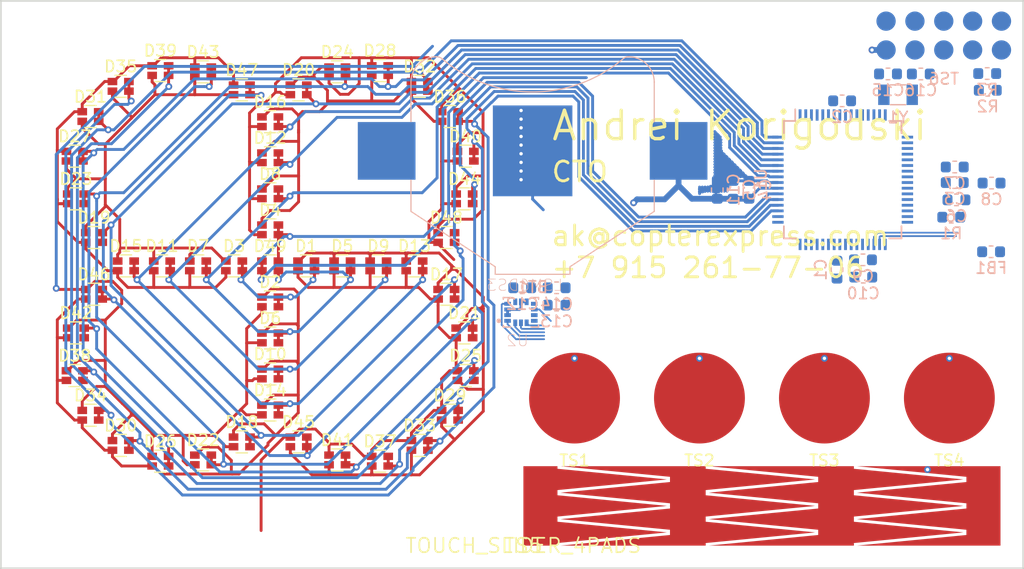
<source format=kicad_pcb>
(kicad_pcb (version 20171130) (host pcbnew 5.0.2+dfsg1-1~bpo9+1)
  (layers (0 F.Cu signal hide) (31 B.Cu signal) (34 B.Paste user hide) (35 F.Paste user) (36 B.SilkS user hide) (37 F.SilkS user) (38 B.Mask user hide) (39 F.Mask user hide) (44 Edge.Cuts user))
  (net 0 "")
  (net 1 LED_K0)
  (net 2 LED_K1)
  (net 3 LED_A0)
  (net 4 LED_K3)
  (net 5 LED_K2)
  (net 6 LED_K4)
  (net 7 LED_K5)
  (net 8 LED_K7)
  (net 9 LED_K6)
  (net 10 LED_K8)
  (net 11 LED_A1)
  (net 12 LED_A2)
  (net 13 LED_A3)
  (net 14 LED_A4)
  (net 15 LED_A5)
  (net 16 LED_A6)
  (net 17 LED_A7)
  (net 18 LED_A8)
  (net 19 VDD)
  (net 20 N$2)
  (net 21 MCU_AVDD)
  (net 22 GND)
  (net 23 N$7)
  (net 24 N$6)
  (net 25 N$13)
  (net 26 N$14)
  (net 27 N$5)
  (net 28 N$19)
  (net 29 N$20)
  (net 30 N$16)
  (net 31 N$15)
  (net 32 N$17)
  (net 33 N$18)
  (net 34 N$12)
  (net 35 N$11)
  (net 36 TOUCH_PAD0)
  (net 37 N$1)
  (net 38 TOUCH_PAD1)
  (net 39 TOUCH_PAD2)
  (net 40 TOUCH_PAD3)
  (net 41 N$21)
  (net 42 N$22)
  (net 43 N$23)
  (net 44 N$24)
  (net 45 N$8)
  (net 46 N$10)
  (net 47 N$9)
  (net 48 N$25)
  (net 49 N$26)
  (net 50 LED_K9)
  (net 51 LED_K10)
  (net 52 LED_K11)
  (module footprints:LED_DUAL_0606 (layer F.Cu) (at 126.884 103.351)
    (fp_text reference D1 (at 0 -1.75) (layer F.SilkS))
    (fp_text value LED_Dual_AACC)
    (pad 3 smd rect (at 0.725 -0.425) (size 0.85 0.65) (layers F.Cu F.Paste F.Mask) (net 1 LED_K0))
    (pad 4 smd rect (at 0.725 0.425) (size 0.85 0.65) (layers F.Cu F.Paste F.Mask) (net 1 LED_K0))
    (pad 2 smd rect (at -0.725 0.425) (size 0.85 0.65) (layers F.Cu F.Paste F.Mask) (net 11 LED_A1))
    (pad 1 smd rect (at -0.725 -0.425) (size 0.85 0.65) (layers F.Cu F.Paste F.Mask) (net 3 LED_A0))
  )
  (module footprints:LED_DUAL_0606 (layer F.Cu) (at 123.709 106.526)
    (fp_text reference D2 (at 0 -1.75) (layer F.SilkS))
    (fp_text value LED_Dual_AACC)
    (pad 3 smd rect (at 0.725 -0.425) (size 0.85 0.65) (layers F.Cu F.Paste F.Mask) (net 1 LED_K0))
    (pad 4 smd rect (at 0.725 0.425) (size 0.85 0.65) (layers F.Cu F.Paste F.Mask) (net 1 LED_K0))
    (pad 2 smd rect (at -0.725 0.425) (size 0.85 0.65) (layers F.Cu F.Paste F.Mask) (net 13 LED_A3))
    (pad 1 smd rect (at -0.725 -0.425) (size 0.85 0.65) (layers F.Cu F.Paste F.Mask) (net 12 LED_A2))
  )
  (module footprints:LED_DUAL_0606 (layer F.Cu) (at 120.534 103.351)
    (fp_text reference D3 (at 0 -1.75) (layer F.SilkS))
    (fp_text value LED_Dual_AACC)
    (pad 3 smd rect (at 0.725 -0.425) (size 0.85 0.65) (layers F.Cu F.Paste F.Mask) (net 1 LED_K0))
    (pad 4 smd rect (at 0.725 0.425) (size 0.85 0.65) (layers F.Cu F.Paste F.Mask) (net 1 LED_K0))
    (pad 2 smd rect (at -0.725 0.425) (size 0.85 0.65) (layers F.Cu F.Paste F.Mask) (net 15 LED_A5))
    (pad 1 smd rect (at -0.725 -0.425) (size 0.85 0.65) (layers F.Cu F.Paste F.Mask) (net 14 LED_A4))
  )
  (module footprints:LED_DUAL_0606 (layer F.Cu) (at 123.709 100.176)
    (fp_text reference D4 (at 0 -1.75) (layer F.SilkS))
    (fp_text value LED_Dual_AACC)
    (pad 3 smd rect (at 0.725 -0.425) (size 0.85 0.65) (layers F.Cu F.Paste F.Mask) (net 1 LED_K0))
    (pad 4 smd rect (at 0.725 0.425) (size 0.85 0.65) (layers F.Cu F.Paste F.Mask) (net 1 LED_K0))
    (pad 2 smd rect (at -0.725 0.425) (size 0.85 0.65) (layers F.Cu F.Paste F.Mask) (net 17 LED_A7))
    (pad 1 smd rect (at -0.725 -0.425) (size 0.85 0.65) (layers F.Cu F.Paste F.Mask) (net 16 LED_A6))
  )
  (module footprints:LED_DUAL_0606 (layer F.Cu) (at 130.059 103.351)
    (fp_text reference D5 (at 0 -1.75) (layer F.SilkS))
    (fp_text value LED_Dual_AACC)
    (pad 3 smd rect (at 0.725 -0.425) (size 0.85 0.65) (layers F.Cu F.Paste F.Mask) (net 2 LED_K1))
    (pad 4 smd rect (at 0.725 0.425) (size 0.85 0.65) (layers F.Cu F.Paste F.Mask) (net 2 LED_K1))
    (pad 2 smd rect (at -0.725 0.425) (size 0.85 0.65) (layers F.Cu F.Paste F.Mask) (net 11 LED_A1))
    (pad 1 smd rect (at -0.725 -0.425) (size 0.85 0.65) (layers F.Cu F.Paste F.Mask) (net 3 LED_A0))
  )
  (module footprints:LED_DUAL_0606 (layer F.Cu) (at 123.709 109.701)
    (fp_text reference D6 (at 0 -1.75) (layer F.SilkS))
    (fp_text value LED_Dual_AACC)
    (pad 3 smd rect (at 0.725 -0.425) (size 0.85 0.65) (layers F.Cu F.Paste F.Mask) (net 2 LED_K1))
    (pad 4 smd rect (at 0.725 0.425) (size 0.85 0.65) (layers F.Cu F.Paste F.Mask) (net 2 LED_K1))
    (pad 2 smd rect (at -0.725 0.425) (size 0.85 0.65) (layers F.Cu F.Paste F.Mask) (net 13 LED_A3))
    (pad 1 smd rect (at -0.725 -0.425) (size 0.85 0.65) (layers F.Cu F.Paste F.Mask) (net 12 LED_A2))
  )
  (module footprints:LED_DUAL_0606 (layer F.Cu) (at 117.359 103.351)
    (fp_text reference D7 (at 0 -1.75) (layer F.SilkS))
    (fp_text value LED_Dual_AACC)
    (pad 3 smd rect (at 0.725 -0.425) (size 0.85 0.65) (layers F.Cu F.Paste F.Mask) (net 2 LED_K1))
    (pad 4 smd rect (at 0.725 0.425) (size 0.85 0.65) (layers F.Cu F.Paste F.Mask) (net 2 LED_K1))
    (pad 2 smd rect (at -0.725 0.425) (size 0.85 0.65) (layers F.Cu F.Paste F.Mask) (net 15 LED_A5))
    (pad 1 smd rect (at -0.725 -0.425) (size 0.85 0.65) (layers F.Cu F.Paste F.Mask) (net 14 LED_A4))
  )
  (module footprints:LED_DUAL_0606 (layer F.Cu) (at 123.709 97.001)
    (fp_text reference D8 (at 0 -1.75) (layer F.SilkS))
    (fp_text value LED_Dual_AACC)
    (pad 3 smd rect (at 0.725 -0.425) (size 0.85 0.65) (layers F.Cu F.Paste F.Mask) (net 2 LED_K1))
    (pad 4 smd rect (at 0.725 0.425) (size 0.85 0.65) (layers F.Cu F.Paste F.Mask) (net 2 LED_K1))
    (pad 2 smd rect (at -0.725 0.425) (size 0.85 0.65) (layers F.Cu F.Paste F.Mask) (net 17 LED_A7))
    (pad 1 smd rect (at -0.725 -0.425) (size 0.85 0.65) (layers F.Cu F.Paste F.Mask) (net 16 LED_A6))
  )
  (module footprints:LED_DUAL_0606 (layer F.Cu) (at 133.234 103.351)
    (fp_text reference D9 (at 0 -1.75) (layer F.SilkS))
    (fp_text value LED_Dual_AACC)
    (pad 3 smd rect (at 0.725 -0.425) (size 0.85 0.65) (layers F.Cu F.Paste F.Mask) (net 5 LED_K2))
    (pad 4 smd rect (at 0.725 0.425) (size 0.85 0.65) (layers F.Cu F.Paste F.Mask) (net 5 LED_K2))
    (pad 2 smd rect (at -0.725 0.425) (size 0.85 0.65) (layers F.Cu F.Paste F.Mask) (net 11 LED_A1))
    (pad 1 smd rect (at -0.725 -0.425) (size 0.85 0.65) (layers F.Cu F.Paste F.Mask) (net 3 LED_A0))
  )
  (module footprints:LED_DUAL_0606 (layer F.Cu) (at 123.709 112.875999)
    (fp_text reference D10 (at 0 -1.75) (layer F.SilkS))
    (fp_text value LED_Dual_AACC)
    (pad 3 smd rect (at 0.725 -0.425) (size 0.85 0.65) (layers F.Cu F.Paste F.Mask) (net 5 LED_K2))
    (pad 4 smd rect (at 0.725 0.425) (size 0.85 0.65) (layers F.Cu F.Paste F.Mask) (net 5 LED_K2))
    (pad 2 smd rect (at -0.725 0.425) (size 0.85 0.65) (layers F.Cu F.Paste F.Mask) (net 13 LED_A3))
    (pad 1 smd rect (at -0.725 -0.425) (size 0.85 0.65) (layers F.Cu F.Paste F.Mask) (net 12 LED_A2))
  )
  (module footprints:LED_DUAL_0606 (layer F.Cu) (at 114.184 103.351)
    (fp_text reference D11 (at 0 -1.75) (layer F.SilkS))
    (fp_text value LED_Dual_AACC)
    (pad 3 smd rect (at 0.725 -0.425) (size 0.85 0.65) (layers F.Cu F.Paste F.Mask) (net 5 LED_K2))
    (pad 4 smd rect (at 0.725 0.425) (size 0.85 0.65) (layers F.Cu F.Paste F.Mask) (net 5 LED_K2))
    (pad 2 smd rect (at -0.725 0.425) (size 0.85 0.65) (layers F.Cu F.Paste F.Mask) (net 15 LED_A5))
    (pad 1 smd rect (at -0.725 -0.425) (size 0.85 0.65) (layers F.Cu F.Paste F.Mask) (net 14 LED_A4))
  )
  (module footprints:LED_DUAL_0606 (layer F.Cu) (at 123.709 93.826)
    (fp_text reference D12 (at 0 -1.75) (layer F.SilkS))
    (fp_text value LED_Dual_AACC)
    (pad 3 smd rect (at 0.725 -0.425) (size 0.85 0.65) (layers F.Cu F.Paste F.Mask) (net 5 LED_K2))
    (pad 4 smd rect (at 0.725 0.425) (size 0.85 0.65) (layers F.Cu F.Paste F.Mask) (net 5 LED_K2))
    (pad 2 smd rect (at -0.725 0.425) (size 0.85 0.65) (layers F.Cu F.Paste F.Mask) (net 17 LED_A7))
    (pad 1 smd rect (at -0.725 -0.425) (size 0.85 0.65) (layers F.Cu F.Paste F.Mask) (net 16 LED_A6))
  )
  (module footprints:LED_DUAL_0606 (layer F.Cu) (at 136.409 103.351)
    (fp_text reference D13 (at 0 -1.75) (layer F.SilkS))
    (fp_text value LED_Dual_AACC)
    (pad 3 smd rect (at 0.725 -0.425) (size 0.85 0.65) (layers F.Cu F.Paste F.Mask) (net 4 LED_K3))
    (pad 4 smd rect (at 0.725 0.425) (size 0.85 0.65) (layers F.Cu F.Paste F.Mask) (net 4 LED_K3))
    (pad 2 smd rect (at -0.725 0.425) (size 0.85 0.65) (layers F.Cu F.Paste F.Mask) (net 11 LED_A1))
    (pad 1 smd rect (at -0.725 -0.425) (size 0.85 0.65) (layers F.Cu F.Paste F.Mask) (net 3 LED_A0))
  )
  (module footprints:LED_DUAL_0606 (layer F.Cu) (at 123.709 116.051)
    (fp_text reference D14 (at 0 -1.75) (layer F.SilkS))
    (fp_text value LED_Dual_AACC)
    (pad 3 smd rect (at 0.725 -0.425) (size 0.85 0.65) (layers F.Cu F.Paste F.Mask) (net 4 LED_K3))
    (pad 4 smd rect (at 0.725 0.425) (size 0.85 0.65) (layers F.Cu F.Paste F.Mask) (net 4 LED_K3))
    (pad 2 smd rect (at -0.725 0.425) (size 0.85 0.65) (layers F.Cu F.Paste F.Mask) (net 13 LED_A3))
    (pad 1 smd rect (at -0.725 -0.425) (size 0.85 0.65) (layers F.Cu F.Paste F.Mask) (net 12 LED_A2))
  )
  (module footprints:LED_DUAL_0606 (layer F.Cu) (at 111.009 103.351)
    (fp_text reference D15 (at 0 -1.75) (layer F.SilkS))
    (fp_text value LED_Dual_AACC)
    (pad 3 smd rect (at 0.725 -0.425) (size 0.85 0.65) (layers F.Cu F.Paste F.Mask) (net 4 LED_K3))
    (pad 4 smd rect (at 0.725 0.425) (size 0.85 0.65) (layers F.Cu F.Paste F.Mask) (net 4 LED_K3))
    (pad 2 smd rect (at -0.725 0.425) (size 0.85 0.65) (layers F.Cu F.Paste F.Mask) (net 15 LED_A5))
    (pad 1 smd rect (at -0.725 -0.425) (size 0.85 0.65) (layers F.Cu F.Paste F.Mask) (net 14 LED_A4))
  )
  (module footprints:LED_DUAL_0606 (layer F.Cu) (at 123.709 90.651)
    (fp_text reference D16 (at 0 -1.75) (layer F.SilkS))
    (fp_text value LED_Dual_AACC)
    (pad 3 smd rect (at 0.725 -0.425) (size 0.85 0.65) (layers F.Cu F.Paste F.Mask) (net 4 LED_K3))
    (pad 4 smd rect (at 0.725 0.425) (size 0.85 0.65) (layers F.Cu F.Paste F.Mask) (net 4 LED_K3))
    (pad 2 smd rect (at -0.725 0.425) (size 0.85 0.65) (layers F.Cu F.Paste F.Mask) (net 17 LED_A7))
    (pad 1 smd rect (at -0.725 -0.425) (size 0.85 0.65) (layers F.Cu F.Paste F.Mask) (net 16 LED_A6))
  )
  (module footprints:LED_DUAL_0606 (layer F.Cu) (at 139.217852 105.850666)
    (fp_text reference D17 (at 0 -1.75) (layer F.SilkS))
    (fp_text value LED_Dual_AACC)
    (pad 3 smd rect (at 0.725 -0.425) (size 0.85 0.65) (layers F.Cu F.Paste F.Mask) (net 6 LED_K4))
    (pad 4 smd rect (at 0.725 0.425) (size 0.85 0.65) (layers F.Cu F.Paste F.Mask) (net 6 LED_K4))
    (pad 2 smd rect (at -0.725 0.425) (size 0.85 0.65) (layers F.Cu F.Paste F.Mask) (net 11 LED_A1))
    (pad 1 smd rect (at -0.725 -0.425) (size 0.85 0.65) (layers F.Cu F.Paste F.Mask) (net 3 LED_A0))
  )
  (module footprints:LED_DUAL_0606 (layer F.Cu) (at 121.209333 118.859852)
    (fp_text reference D18 (at 0 -1.75) (layer F.SilkS))
    (fp_text value LED_Dual_AACC)
    (pad 3 smd rect (at 0.725 -0.425) (size 0.85 0.65) (layers F.Cu F.Paste F.Mask) (net 6 LED_K4))
    (pad 4 smd rect (at 0.725 0.425) (size 0.85 0.65) (layers F.Cu F.Paste F.Mask) (net 6 LED_K4))
    (pad 2 smd rect (at -0.725 0.425) (size 0.85 0.65) (layers F.Cu F.Paste F.Mask) (net 13 LED_A3))
    (pad 1 smd rect (at -0.725 -0.425) (size 0.85 0.65) (layers F.Cu F.Paste F.Mask) (net 12 LED_A2))
  )
  (module footprints:LED_DUAL_0606 (layer F.Cu) (at 108.200147 100.851333)
    (fp_text reference D19 (at 0 -1.75) (layer F.SilkS))
    (fp_text value LED_Dual_AACC)
    (pad 3 smd rect (at 0.725 -0.425) (size 0.85 0.65) (layers F.Cu F.Paste F.Mask) (net 6 LED_K4))
    (pad 4 smd rect (at 0.725 0.425) (size 0.85 0.65) (layers F.Cu F.Paste F.Mask) (net 6 LED_K4))
    (pad 2 smd rect (at -0.725 0.425) (size 0.85 0.65) (layers F.Cu F.Paste F.Mask) (net 15 LED_A5))
    (pad 1 smd rect (at -0.725 -0.425) (size 0.85 0.65) (layers F.Cu F.Paste F.Mask) (net 14 LED_A4))
  )
  (module footprints:LED_DUAL_0606 (layer F.Cu) (at 126.208666 87.842147)
    (fp_text reference D20 (at 0 -1.75) (layer F.SilkS))
    (fp_text value LED_Dual_AACC)
    (pad 3 smd rect (at 0.725 -0.425) (size 0.85 0.65) (layers F.Cu F.Paste F.Mask) (net 6 LED_K4))
    (pad 4 smd rect (at 0.725 0.425) (size 0.85 0.65) (layers F.Cu F.Paste F.Mask) (net 6 LED_K4))
    (pad 2 smd rect (at -0.725 0.425) (size 0.85 0.65) (layers F.Cu F.Paste F.Mask) (net 17 LED_A7))
    (pad 1 smd rect (at -0.725 -0.425) (size 0.85 0.65) (layers F.Cu F.Paste F.Mask) (net 16 LED_A6))
  )
  (module footprints:LED_DUAL_0606 (layer F.Cu) (at 140.806919 109.258431)
    (fp_text reference D21 (at 0 -1.75) (layer F.SilkS))
    (fp_text value LED_Dual_AACC)
    (pad 3 smd rect (at 0.725 -0.425) (size 0.85 0.65) (layers F.Cu F.Paste F.Mask) (net 7 LED_K5))
    (pad 4 smd rect (at 0.725 0.425) (size 0.85 0.65) (layers F.Cu F.Paste F.Mask) (net 7 LED_K5))
    (pad 2 smd rect (at -0.725 0.425) (size 0.85 0.65) (layers F.Cu F.Paste F.Mask) (net 11 LED_A1))
    (pad 1 smd rect (at -0.725 -0.425) (size 0.85 0.65) (layers F.Cu F.Paste F.Mask) (net 3 LED_A0))
  )
  (module footprints:LED_DUAL_0606 (layer F.Cu) (at 117.801568 120.448919)
    (fp_text reference D22 (at 0 -1.75) (layer F.SilkS))
    (fp_text value LED_Dual_AACC)
    (pad 3 smd rect (at 0.725 -0.425) (size 0.85 0.65) (layers F.Cu F.Paste F.Mask) (net 7 LED_K5))
    (pad 4 smd rect (at 0.725 0.425) (size 0.85 0.65) (layers F.Cu F.Paste F.Mask) (net 7 LED_K5))
    (pad 2 smd rect (at -0.725 0.425) (size 0.85 0.65) (layers F.Cu F.Paste F.Mask) (net 13 LED_A3))
    (pad 1 smd rect (at -0.725 -0.425) (size 0.85 0.65) (layers F.Cu F.Paste F.Mask) (net 12 LED_A2))
  )
  (module footprints:LED_DUAL_0606 (layer F.Cu) (at 106.61108 97.443568)
    (fp_text reference D23 (at 0 -1.75) (layer F.SilkS))
    (fp_text value LED_Dual_AACC)
    (pad 3 smd rect (at 0.725 -0.425) (size 0.85 0.65) (layers F.Cu F.Paste F.Mask) (net 7 LED_K5))
    (pad 4 smd rect (at 0.725 0.425) (size 0.85 0.65) (layers F.Cu F.Paste F.Mask) (net 7 LED_K5))
    (pad 2 smd rect (at -0.725 0.425) (size 0.85 0.65) (layers F.Cu F.Paste F.Mask) (net 15 LED_A5))
    (pad 1 smd rect (at -0.725 -0.425) (size 0.85 0.65) (layers F.Cu F.Paste F.Mask) (net 14 LED_A4))
  )
  (module footprints:LED_DUAL_0606 (layer F.Cu) (at 129.616431 86.25308)
    (fp_text reference D24 (at 0 -1.75) (layer F.SilkS))
    (fp_text value LED_Dual_AACC)
    (pad 3 smd rect (at 0.725 -0.425) (size 0.85 0.65) (layers F.Cu F.Paste F.Mask) (net 7 LED_K5))
    (pad 4 smd rect (at 0.725 0.425) (size 0.85 0.65) (layers F.Cu F.Paste F.Mask) (net 7 LED_K5))
    (pad 2 smd rect (at -0.725 0.425) (size 0.85 0.65) (layers F.Cu F.Paste F.Mask) (net 17 LED_A7))
    (pad 1 smd rect (at -0.725 -0.425) (size 0.85 0.65) (layers F.Cu F.Paste F.Mask) (net 16 LED_A6))
  )
  (module footprints:LED_DUAL_0606 (layer F.Cu) (at 140.916279 113.016892)
    (fp_text reference D25 (at 0 -1.75) (layer F.SilkS))
    (fp_text value LED_Dual_AACC)
    (pad 3 smd rect (at 0.725 -0.425) (size 0.85 0.65) (layers F.Cu F.Paste F.Mask) (net 9 LED_K6))
    (pad 4 smd rect (at 0.725 0.425) (size 0.85 0.65) (layers F.Cu F.Paste F.Mask) (net 9 LED_K6))
    (pad 2 smd rect (at -0.725 0.425) (size 0.85 0.65) (layers F.Cu F.Paste F.Mask) (net 3 LED_A0))
    (pad 1 smd rect (at -0.725 -0.425) (size 0.85 0.65) (layers F.Cu F.Paste F.Mask) (net 11 LED_A1))
  )
  (module footprints:LED_DUAL_0606 (layer F.Cu) (at 114.043107 120.558279)
    (fp_text reference D26 (at 0 -1.75) (layer F.SilkS))
    (fp_text value LED_Dual_AACC)
    (pad 3 smd rect (at 0.725 -0.425) (size 0.85 0.65) (layers F.Cu F.Paste F.Mask) (net 9 LED_K6))
    (pad 4 smd rect (at 0.725 0.425) (size 0.85 0.65) (layers F.Cu F.Paste F.Mask) (net 9 LED_K6))
    (pad 2 smd rect (at -0.725 0.425) (size 0.85 0.65) (layers F.Cu F.Paste F.Mask) (net 12 LED_A2))
    (pad 1 smd rect (at -0.725 -0.425) (size 0.85 0.65) (layers F.Cu F.Paste F.Mask) (net 13 LED_A3))
  )
  (module footprints:LED_DUAL_0606 (layer F.Cu) (at 106.50172 93.685107)
    (fp_text reference D27 (at 0 -1.75) (layer F.SilkS))
    (fp_text value LED_Dual_AACC)
    (pad 3 smd rect (at 0.725 -0.425) (size 0.85 0.65) (layers F.Cu F.Paste F.Mask) (net 9 LED_K6))
    (pad 4 smd rect (at 0.725 0.425) (size 0.85 0.65) (layers F.Cu F.Paste F.Mask) (net 9 LED_K6))
    (pad 2 smd rect (at -0.725 0.425) (size 0.85 0.65) (layers F.Cu F.Paste F.Mask) (net 14 LED_A4))
    (pad 1 smd rect (at -0.725 -0.425) (size 0.85 0.65) (layers F.Cu F.Paste F.Mask) (net 15 LED_A5))
  )
  (module footprints:LED_DUAL_0606 (layer F.Cu) (at 133.374892 86.14372)
    (fp_text reference D28 (at 0 -1.75) (layer F.SilkS))
    (fp_text value LED_Dual_AACC)
    (pad 3 smd rect (at 0.725 -0.425) (size 0.85 0.65) (layers F.Cu F.Paste F.Mask) (net 9 LED_K6))
    (pad 4 smd rect (at 0.725 0.425) (size 0.85 0.65) (layers F.Cu F.Paste F.Mask) (net 9 LED_K6))
    (pad 2 smd rect (at -0.725 0.425) (size 0.85 0.65) (layers F.Cu F.Paste F.Mask) (net 16 LED_A6))
    (pad 1 smd rect (at -0.725 -0.425) (size 0.85 0.65) (layers F.Cu F.Paste F.Mask) (net 17 LED_A7))
  )
  (module footprints:LED_DUAL_0606 (layer F.Cu) (at 139.528045 116.511287)
    (fp_text reference D29 (at 0 -1.75) (layer F.SilkS))
    (fp_text value LED_Dual_AACC)
    (pad 3 smd rect (at 0.725 -0.425) (size 0.85 0.65) (layers F.Cu F.Paste F.Mask) (net 8 LED_K7))
    (pad 4 smd rect (at 0.725 0.425) (size 0.85 0.65) (layers F.Cu F.Paste F.Mask) (net 8 LED_K7))
    (pad 2 smd rect (at -0.725 0.425) (size 0.85 0.65) (layers F.Cu F.Paste F.Mask) (net 3 LED_A0))
    (pad 1 smd rect (at -0.725 -0.425) (size 0.85 0.65) (layers F.Cu F.Paste F.Mask) (net 11 LED_A1))
  )
  (module footprints:LED_DUAL_0606 (layer F.Cu) (at 110.548712 119.170045)
    (fp_text reference D30 (at 0 -1.75) (layer F.SilkS))
    (fp_text value LED_Dual_AACC)
    (pad 3 smd rect (at 0.725 -0.425) (size 0.85 0.65) (layers F.Cu F.Paste F.Mask) (net 8 LED_K7))
    (pad 4 smd rect (at 0.725 0.425) (size 0.85 0.65) (layers F.Cu F.Paste F.Mask) (net 8 LED_K7))
    (pad 2 smd rect (at -0.725 0.425) (size 0.85 0.65) (layers F.Cu F.Paste F.Mask) (net 12 LED_A2))
    (pad 1 smd rect (at -0.725 -0.425) (size 0.85 0.65) (layers F.Cu F.Paste F.Mask) (net 13 LED_A3))
  )
  (module footprints:LED_DUAL_0606 (layer F.Cu) (at 107.889954 90.190712)
    (fp_text reference D31 (at 0 -1.75) (layer F.SilkS))
    (fp_text value LED_Dual_AACC)
    (pad 3 smd rect (at 0.725 -0.425) (size 0.85 0.65) (layers F.Cu F.Paste F.Mask) (net 8 LED_K7))
    (pad 4 smd rect (at 0.725 0.425) (size 0.85 0.65) (layers F.Cu F.Paste F.Mask) (net 8 LED_K7))
    (pad 2 smd rect (at -0.725 0.425) (size 0.85 0.65) (layers F.Cu F.Paste F.Mask) (net 14 LED_A4))
    (pad 1 smd rect (at -0.725 -0.425) (size 0.85 0.65) (layers F.Cu F.Paste F.Mask) (net 15 LED_A5))
  )
  (module footprints:LED_DUAL_0606 (layer F.Cu) (at 136.869287 87.531954)
    (fp_text reference D32 (at 0 -1.75) (layer F.SilkS))
    (fp_text value LED_Dual_AACC)
    (pad 3 smd rect (at 0.725 -0.425) (size 0.85 0.65) (layers F.Cu F.Paste F.Mask) (net 8 LED_K7))
    (pad 4 smd rect (at 0.725 0.425) (size 0.85 0.65) (layers F.Cu F.Paste F.Mask) (net 8 LED_K7))
    (pad 2 smd rect (at -0.725 0.425) (size 0.85 0.65) (layers F.Cu F.Paste F.Mask) (net 16 LED_A6))
    (pad 1 smd rect (at -0.725 -0.425) (size 0.85 0.65) (layers F.Cu F.Paste F.Mask) (net 17 LED_A7))
  )
  (module footprints:LED_DUAL_0606 (layer F.Cu) (at 136.869287 119.170045)
    (fp_text reference D33 (at 0 -1.75) (layer F.SilkS))
    (fp_text value LED_Dual_AACC)
    (pad 3 smd rect (at 0.725 -0.425) (size 0.85 0.65) (layers F.Cu F.Paste F.Mask) (net 10 LED_K8))
    (pad 4 smd rect (at 0.725 0.425) (size 0.85 0.65) (layers F.Cu F.Paste F.Mask) (net 10 LED_K8))
    (pad 2 smd rect (at -0.725 0.425) (size 0.85 0.65) (layers F.Cu F.Paste F.Mask) (net 3 LED_A0))
    (pad 1 smd rect (at -0.725 -0.425) (size 0.85 0.65) (layers F.Cu F.Paste F.Mask) (net 11 LED_A1))
  )
  (module footprints:LED_DUAL_0606 (layer F.Cu) (at 107.889954 116.511287)
    (fp_text reference D34 (at 0 -1.75) (layer F.SilkS))
    (fp_text value LED_Dual_AACC)
    (pad 3 smd rect (at 0.725 -0.425) (size 0.85 0.65) (layers F.Cu F.Paste F.Mask) (net 10 LED_K8))
    (pad 4 smd rect (at 0.725 0.425) (size 0.85 0.65) (layers F.Cu F.Paste F.Mask) (net 10 LED_K8))
    (pad 2 smd rect (at -0.725 0.425) (size 0.85 0.65) (layers F.Cu F.Paste F.Mask) (net 12 LED_A2))
    (pad 1 smd rect (at -0.725 -0.425) (size 0.85 0.65) (layers F.Cu F.Paste F.Mask) (net 13 LED_A3))
  )
  (module footprints:LED_DUAL_0606 (layer F.Cu) (at 110.548712 87.531954)
    (fp_text reference D35 (at 0 -1.75) (layer F.SilkS))
    (fp_text value LED_Dual_AACC)
    (pad 3 smd rect (at 0.725 -0.425) (size 0.85 0.65) (layers F.Cu F.Paste F.Mask) (net 10 LED_K8))
    (pad 4 smd rect (at 0.725 0.425) (size 0.85 0.65) (layers F.Cu F.Paste F.Mask) (net 10 LED_K8))
    (pad 2 smd rect (at -0.725 0.425) (size 0.85 0.65) (layers F.Cu F.Paste F.Mask) (net 14 LED_A4))
    (pad 1 smd rect (at -0.725 -0.425) (size 0.85 0.65) (layers F.Cu F.Paste F.Mask) (net 15 LED_A5))
  )
  (module footprints:LED_DUAL_0606 (layer F.Cu) (at 139.528045 90.190712)
    (fp_text reference D36 (at 0 -1.75) (layer F.SilkS))
    (fp_text value LED_Dual_AACC)
    (pad 3 smd rect (at 0.725 -0.425) (size 0.85 0.65) (layers F.Cu F.Paste F.Mask) (net 10 LED_K8))
    (pad 4 smd rect (at 0.725 0.425) (size 0.85 0.65) (layers F.Cu F.Paste F.Mask) (net 10 LED_K8))
    (pad 2 smd rect (at -0.725 0.425) (size 0.85 0.65) (layers F.Cu F.Paste F.Mask) (net 16 LED_A6))
    (pad 1 smd rect (at -0.725 -0.425) (size 0.85 0.65) (layers F.Cu F.Paste F.Mask) (net 17 LED_A7))
  )
  (module footprints:LED_DUAL_0606 (layer F.Cu) (at 133.374892 120.558279)
    (fp_text reference D37 (at 0 -1.75) (layer F.SilkS))
    (fp_text value LED_Dual_AACC)
    (pad 3 smd rect (at 0.725 -0.425) (size 0.85 0.65) (layers F.Cu F.Paste F.Mask) (net 50 LED_K9))
    (pad 4 smd rect (at 0.725 0.425) (size 0.85 0.65) (layers F.Cu F.Paste F.Mask) (net 50 LED_K9))
    (pad 2 smd rect (at -0.725 0.425) (size 0.85 0.65) (layers F.Cu F.Paste F.Mask) (net 3 LED_A0))
    (pad 1 smd rect (at -0.725 -0.425) (size 0.85 0.65) (layers F.Cu F.Paste F.Mask) (net 11 LED_A1))
  )
  (module footprints:LED_DUAL_0606 (layer F.Cu) (at 106.50172 113.016892)
    (fp_text reference D38 (at 0 -1.75) (layer F.SilkS))
    (fp_text value LED_Dual_AACC)
    (pad 3 smd rect (at 0.725 -0.425) (size 0.85 0.65) (layers F.Cu F.Paste F.Mask) (net 50 LED_K9))
    (pad 4 smd rect (at 0.725 0.425) (size 0.85 0.65) (layers F.Cu F.Paste F.Mask) (net 50 LED_K9))
    (pad 2 smd rect (at -0.725 0.425) (size 0.85 0.65) (layers F.Cu F.Paste F.Mask) (net 12 LED_A2))
    (pad 1 smd rect (at -0.725 -0.425) (size 0.85 0.65) (layers F.Cu F.Paste F.Mask) (net 13 LED_A3))
  )
  (module footprints:LED_DUAL_0606 (layer F.Cu) (at 114.043107 86.14372)
    (fp_text reference D39 (at 0 -1.75) (layer F.SilkS))
    (fp_text value LED_Dual_AACC)
    (pad 3 smd rect (at 0.725 -0.425) (size 0.85 0.65) (layers F.Cu F.Paste F.Mask) (net 50 LED_K9))
    (pad 4 smd rect (at 0.725 0.425) (size 0.85 0.65) (layers F.Cu F.Paste F.Mask) (net 50 LED_K9))
    (pad 2 smd rect (at -0.725 0.425) (size 0.85 0.65) (layers F.Cu F.Paste F.Mask) (net 14 LED_A4))
    (pad 1 smd rect (at -0.725 -0.425) (size 0.85 0.65) (layers F.Cu F.Paste F.Mask) (net 15 LED_A5))
  )
  (module footprints:LED_DUAL_0606 (layer F.Cu) (at 140.916279 93.685107)
    (fp_text reference D40 (at 0 -1.75) (layer F.SilkS))
    (fp_text value LED_Dual_AACC)
    (pad 3 smd rect (at 0.725 -0.425) (size 0.85 0.65) (layers F.Cu F.Paste F.Mask) (net 50 LED_K9))
    (pad 4 smd rect (at 0.725 0.425) (size 0.85 0.65) (layers F.Cu F.Paste F.Mask) (net 50 LED_K9))
    (pad 2 smd rect (at -0.725 0.425) (size 0.85 0.65) (layers F.Cu F.Paste F.Mask) (net 16 LED_A6))
    (pad 1 smd rect (at -0.725 -0.425) (size 0.85 0.65) (layers F.Cu F.Paste F.Mask) (net 17 LED_A7))
  )
  (module footprints:LED_DUAL_0606 (layer F.Cu) (at 129.616431 120.448919)
    (fp_text reference D41 (at 0 -1.75) (layer F.SilkS))
    (fp_text value LED_Dual_AACC)
    (pad 3 smd rect (at 0.725 -0.425) (size 0.85 0.65) (layers F.Cu F.Paste F.Mask) (net 51 LED_K10))
    (pad 4 smd rect (at 0.725 0.425) (size 0.85 0.65) (layers F.Cu F.Paste F.Mask) (net 51 LED_K10))
    (pad 2 smd rect (at -0.725 0.425) (size 0.85 0.65) (layers F.Cu F.Paste F.Mask) (net 3 LED_A0))
    (pad 1 smd rect (at -0.725 -0.425) (size 0.85 0.65) (layers F.Cu F.Paste F.Mask) (net 11 LED_A1))
  )
  (module footprints:LED_DUAL_0606 (layer F.Cu) (at 106.61108 109.258431)
    (fp_text reference D42 (at 0 -1.75) (layer F.SilkS))
    (fp_text value LED_Dual_AACC)
    (pad 3 smd rect (at 0.725 -0.425) (size 0.85 0.65) (layers F.Cu F.Paste F.Mask) (net 51 LED_K10))
    (pad 4 smd rect (at 0.725 0.425) (size 0.85 0.65) (layers F.Cu F.Paste F.Mask) (net 51 LED_K10))
    (pad 2 smd rect (at -0.725 0.425) (size 0.85 0.65) (layers F.Cu F.Paste F.Mask) (net 12 LED_A2))
    (pad 1 smd rect (at -0.725 -0.425) (size 0.85 0.65) (layers F.Cu F.Paste F.Mask) (net 13 LED_A3))
  )
  (module footprints:LED_DUAL_0606 (layer F.Cu) (at 117.801568 86.25308)
    (fp_text reference D43 (at 0 -1.75) (layer F.SilkS))
    (fp_text value LED_Dual_AACC)
    (pad 3 smd rect (at 0.725 -0.425) (size 0.85 0.65) (layers F.Cu F.Paste F.Mask) (net 51 LED_K10))
    (pad 4 smd rect (at 0.725 0.425) (size 0.85 0.65) (layers F.Cu F.Paste F.Mask) (net 51 LED_K10))
    (pad 2 smd rect (at -0.725 0.425) (size 0.85 0.65) (layers F.Cu F.Paste F.Mask) (net 14 LED_A4))
    (pad 1 smd rect (at -0.725 -0.425) (size 0.85 0.65) (layers F.Cu F.Paste F.Mask) (net 15 LED_A5))
  )
  (module footprints:LED_DUAL_0606 (layer F.Cu) (at 140.806919 97.443568)
    (fp_text reference D44 (at 0 -1.75) (layer F.SilkS))
    (fp_text value LED_Dual_AACC)
    (pad 3 smd rect (at 0.725 -0.425) (size 0.85 0.65) (layers F.Cu F.Paste F.Mask) (net 51 LED_K10))
    (pad 4 smd rect (at 0.725 0.425) (size 0.85 0.65) (layers F.Cu F.Paste F.Mask) (net 51 LED_K10))
    (pad 2 smd rect (at -0.725 0.425) (size 0.85 0.65) (layers F.Cu F.Paste F.Mask) (net 16 LED_A6))
    (pad 1 smd rect (at -0.725 -0.425) (size 0.85 0.65) (layers F.Cu F.Paste F.Mask) (net 17 LED_A7))
  )
  (module footprints:LED_DUAL_0606 (layer F.Cu) (at 126.208666 118.859852)
    (fp_text reference D45 (at 0 -1.75) (layer F.SilkS))
    (fp_text value LED_Dual_AACC)
    (pad 3 smd rect (at 0.725 -0.425) (size 0.85 0.65) (layers F.Cu F.Paste F.Mask) (net 52 LED_K11))
    (pad 4 smd rect (at 0.725 0.425) (size 0.85 0.65) (layers F.Cu F.Paste F.Mask) (net 52 LED_K11))
    (pad 2 smd rect (at -0.725 0.425) (size 0.85 0.65) (layers F.Cu F.Paste F.Mask) (net 3 LED_A0))
    (pad 1 smd rect (at -0.725 -0.425) (size 0.85 0.65) (layers F.Cu F.Paste F.Mask) (net 11 LED_A1))
  )
  (module footprints:LED_DUAL_0606 (layer F.Cu) (at 108.200147 105.850666)
    (fp_text reference D46 (at 0 -1.75) (layer F.SilkS))
    (fp_text value LED_Dual_AACC)
    (pad 3 smd rect (at 0.725 -0.425) (size 0.85 0.65) (layers F.Cu F.Paste F.Mask) (net 52 LED_K11))
    (pad 4 smd rect (at 0.725 0.425) (size 0.85 0.65) (layers F.Cu F.Paste F.Mask) (net 52 LED_K11))
    (pad 2 smd rect (at -0.725 0.425) (size 0.85 0.65) (layers F.Cu F.Paste F.Mask) (net 12 LED_A2))
    (pad 1 smd rect (at -0.725 -0.425) (size 0.85 0.65) (layers F.Cu F.Paste F.Mask) (net 13 LED_A3))
  )
  (module footprints:LED_DUAL_0606 (layer F.Cu) (at 121.209333 87.842147)
    (fp_text reference D47 (at 0 -1.75) (layer F.SilkS))
    (fp_text value LED_Dual_AACC)
    (pad 3 smd rect (at 0.725 -0.425) (size 0.85 0.65) (layers F.Cu F.Paste F.Mask) (net 52 LED_K11))
    (pad 4 smd rect (at 0.725 0.425) (size 0.85 0.65) (layers F.Cu F.Paste F.Mask) (net 52 LED_K11))
    (pad 2 smd rect (at -0.725 0.425) (size 0.85 0.65) (layers F.Cu F.Paste F.Mask) (net 14 LED_A4))
    (pad 1 smd rect (at -0.725 -0.425) (size 0.85 0.65) (layers F.Cu F.Paste F.Mask) (net 15 LED_A5))
  )
  (module footprints:LED_DUAL_0606 (layer F.Cu) (at 139.217852 100.851333)
    (fp_text reference D48 (at 0 -1.75) (layer F.SilkS))
    (fp_text value LED_Dual_AACC)
    (pad 3 smd rect (at 0.725 -0.425) (size 0.85 0.65) (layers F.Cu F.Paste F.Mask) (net 52 LED_K11))
    (pad 4 smd rect (at 0.725 0.425) (size 0.85 0.65) (layers F.Cu F.Paste F.Mask) (net 52 LED_K11))
    (pad 2 smd rect (at -0.725 0.425) (size 0.85 0.65) (layers F.Cu F.Paste F.Mask) (net 16 LED_A6))
    (pad 1 smd rect (at -0.725 -0.425) (size 0.85 0.65) (layers F.Cu F.Paste F.Mask) (net 17 LED_A7))
  )
  (module footprints:LED_DUAL_0606 (layer F.Cu) (at 123.709 103.351)
    (fp_text reference D49 (at 0 -1.75) (layer F.SilkS))
    (fp_text value LED_Dual_AACC)
    (pad 3 smd rect (at 0.725 -0.425) (size 0.85 0.65) (layers F.Cu F.Paste F.Mask) (net 1 LED_K0))
    (pad 4 smd rect (at 0.725 0.425) (size 0.85 0.65) (layers F.Cu F.Paste F.Mask) (net 2 LED_K1))
    (pad 2 smd rect (at -0.725 0.425) (size 0.85 0.65) (layers F.Cu F.Paste F.Mask) (net 18 LED_A8))
    (pad 1 smd rect (at -0.725 -0.425) (size 0.85 0.65) (layers F.Cu F.Paste F.Mask) (net 18 LED_A8))
  )
  (module Inductor_SMD:L_0603_1608Metric (layer B.Cu) (at 187.1725 102.108)
    (fp_text reference FB1 (at 0 1.43) (layer B.SilkS) (effects (justify mirror)))
    (fp_text value Ferrite_Bead_Small)
    (pad 2 smd roundrect (at 0.7875 0) (size 0.875 0.95) (layers B.Cu B.Paste B.Mask) (net 20 N$2))
    (pad 1 smd roundrect (at -0.7875 0) (size 0.875 0.95) (layers B.Cu B.Paste B.Mask) (net 19 VDD))
  )
  (module Resistor_SMD:R_0603_1608Metric (layer B.Cu) (at 183.6675 99.06)
    (fp_text reference R1 (at 0 1.43) (layer B.SilkS) (effects (justify mirror)))
    (fp_text value 1)
    (pad 2 smd roundrect (at 0.7875 0) (size 0.875 0.95) (layers B.Cu B.Paste B.Mask) (net 21 MCU_AVDD))
    (pad 1 smd roundrect (at -0.7875 0) (size 0.875 0.95) (layers B.Cu B.Paste B.Mask) (net 20 N$2))
  )
  (module Package_QFP:LQFP-64_10x10mm_P0.5mm (layer B.Cu) (at 174.10708 95.75756 270)
    (fp_text reference U1 (at 0 7.2 270) (layer B.SilkS) (effects (justify mirror)))
    (fp_text value EFM32LG232F64)
    (pad 64 smd rect (at -3.75 5.7 180) (size 1 0.25) (layers B.Cu B.Paste B.Mask) (net 8 LED_K7))
    (pad 63 smd rect (at -3.25 5.7 180) (size 1 0.25) (layers B.Cu B.Paste B.Mask) (net 9 LED_K6))
    (pad 62 smd rect (at -2.75 5.7 180) (size 1 0.25) (layers B.Cu B.Paste B.Mask) (net 7 LED_K5))
    (pad 61 smd rect (at -2.25 5.7 180) (size 1 0.25) (layers B.Cu B.Paste B.Mask) (net 6 LED_K4))
    (pad 60 smd rect (at -1.75 5.7 180) (size 1 0.25) (layers B.Cu B.Paste B.Mask) (net 4 LED_K3))
    (pad 59 smd rect (at -1.25 5.7 180) (size 1 0.25) (layers B.Cu B.Paste B.Mask) (net 5 LED_K2))
    (pad 58 smd rect (at -0.75 5.7 180) (size 1 0.25) (layers B.Cu B.Paste B.Mask) (net 2 LED_K1))
    (pad 57 smd rect (at -0.25 5.7 180) (size 1 0.25) (layers B.Cu B.Paste B.Mask) (net 1 LED_K0))
    (pad 56 smd rect (at 0.25 5.7 180) (size 1 0.25) (layers B.Cu B.Paste B.Mask) (net 22 GND))
    (pad 55 smd rect (at 0.75 5.7 180) (size 1 0.25) (layers B.Cu B.Paste B.Mask) (net 19 VDD))
    (pad 54 smd rect (at 1.25 5.7 180) (size 1 0.25) (layers B.Cu B.Paste B.Mask) (net 52 LED_K11))
    (pad 53 smd rect (at 1.75 5.7 180) (size 1 0.25) (layers B.Cu B.Paste B.Mask) (net 51 LED_K10))
    (pad 52 smd rect (at 2.25 5.7 180) (size 1 0.25) (layers B.Cu B.Paste B.Mask) (net 50 LED_K9))
    (pad 51 smd rect (at 2.75 5.7 180) (size 1 0.25) (layers B.Cu B.Paste B.Mask) (net 10 LED_K8))
    (pad 50 smd rect (at 3.25 5.7 180) (size 1 0.25) (layers B.Cu B.Paste B.Mask) (net 47 N$9))
    (pad 49 smd rect (at 3.75 5.7 180) (size 1 0.25) (layers B.Cu B.Paste B.Mask) (net 46 N$10))
    (pad 48 smd rect (at 5.7 3.75 270) (size 1 0.25) (layers B.Cu B.Paste B.Mask) (net 45 N$8))
    (pad 47 smd rect (at 5.7 3.25 270) (size 1 0.25) (layers B.Cu B.Paste B.Mask) (net 41 N$21))
    (pad 46 smd rect (at 5.7 2.75 270) (size 1 0.25) (layers B.Cu B.Paste B.Mask) (net 42 N$22))
    (pad 45 smd rect (at 5.7 2.25 270) (size 1 0.25) (layers B.Cu B.Paste B.Mask) (net 43 N$23))
    (pad 44 smd rect (at 5.7 1.75 270) (size 1 0.25) (layers B.Cu B.Paste B.Mask) (net 44 N$24))
    (pad 43 smd rect (at 5.7 1.25 270) (size 1 0.25) (layers B.Cu B.Paste B.Mask) (net 40 TOUCH_PAD3))
    (pad 42 smd rect (at 5.7 0.75 270) (size 1 0.25) (layers B.Cu B.Paste B.Mask) (net 39 TOUCH_PAD2))
    (pad 41 smd rect (at 5.7 0.25 270) (size 1 0.25) (layers B.Cu B.Paste B.Mask) (net 38 TOUCH_PAD1))
    (pad 40 smd rect (at 5.7 -0.25 270) (size 1 0.25) (layers B.Cu B.Paste B.Mask) (net 37 N$1))
    (pad 39 smd rect (at 5.7 -0.75 270) (size 1 0.25) (layers B.Cu B.Paste B.Mask) (net 19 VDD))
    (pad 38 smd rect (at 5.7 -1.25 270) (size 1 0.25) (layers B.Cu B.Paste B.Mask) (net 22 GND))
    (pad 37 smd rect (at 5.7 -1.75 270) (size 1 0.25) (layers B.Cu B.Paste B.Mask) (net 36 TOUCH_PAD0))
    (pad 36 smd rect (at 5.7 -2.25 270) (size 1 0.25) (layers B.Cu B.Paste B.Mask) (net 22 GND))
    (pad 35 smd rect (at 5.7 -2.75 270) (size 1 0.25) (layers B.Cu B.Paste B.Mask) (net 35 N$11))
    (pad 34 smd rect (at 5.7 -3.25 270) (size 1 0.25) (layers B.Cu B.Paste B.Mask) (net 34 N$12))
    (pad 33 smd rect (at 5.7 -3.75 270) (size 1 0.25) (layers B.Cu B.Paste B.Mask) (net 22 GND))
    (pad 32 smd rect (at 3.75 -5.7 180) (size 1 0.25) (layers B.Cu B.Paste B.Mask) (net 22 GND))
    (pad 31 smd rect (at 3.25 -5.7 180) (size 1 0.25) (layers B.Cu B.Paste B.Mask) (net 30 N$16))
    (pad 30 smd rect (at 2.75 -5.7 180) (size 1 0.25) (layers B.Cu B.Paste B.Mask) (net 31 N$15))
    (pad 29 smd rect (at 2.25 -5.7 180) (size 1 0.25) (layers B.Cu B.Paste B.Mask) (net 25 N$13))
    (pad 28 smd rect (at 1.75 -5.7 180) (size 1 0.25) (layers B.Cu B.Paste B.Mask) (net 26 N$14))
    (pad 27 smd rect (at 1.25 -5.7 180) (size 1 0.25) (layers B.Cu B.Paste B.Mask) (net 21 MCU_AVDD))
    (pad 26 smd rect (at 0.75 -5.7 180) (size 1 0.25) (layers B.Cu B.Paste B.Mask) (net 19 VDD))
    (pad 25 smd rect (at 0.25 -5.7 180) (size 1 0.25) (layers B.Cu B.Paste B.Mask) (net 33 N$18))
    (pad 24 smd rect (at -0.25 -5.7 180) (size 1 0.25) (layers B.Cu B.Paste B.Mask) (net 32 N$17))
    (pad 23 smd rect (at -0.75 -5.7 180) (size 1 0.25) (layers B.Cu B.Paste B.Mask) (net 21 MCU_AVDD))
    (pad 22 smd rect (at -1.25 -5.7 180) (size 1 0.25) (layers B.Cu B.Paste B.Mask) (net 22 GND))
    (pad 21 smd rect (at -1.75 -5.7 180) (size 1 0.25) (layers B.Cu B.Paste B.Mask) (net 22 GND))
    (pad 20 smd rect (at -2.25 -5.7 180) (size 1 0.25) (layers B.Cu B.Paste B.Mask) (net 27 N$5))
    (pad 19 smd rect (at -2.75 -5.7 180) (size 1 0.25) (layers B.Cu B.Paste B.Mask) (net 18 LED_A8))
    (pad 18 smd rect (at -3.25 -5.7 180) (size 1 0.25) (layers B.Cu B.Paste B.Mask) (net 17 LED_A7))
    (pad 17 smd rect (at -3.75 -5.7 180) (size 1 0.25) (layers B.Cu B.Paste B.Mask) (net 16 LED_A6))
    (pad 16 smd rect (at -5.7 -3.75 270) (size 1 0.25) (layers B.Cu B.Paste B.Mask) (net 29 N$20))
    (pad 15 smd rect (at -5.7 -3.25 270) (size 1 0.25) (layers B.Cu B.Paste B.Mask) (net 28 N$19))
    (pad 14 smd rect (at -5.7 -2.75 270) (size 1 0.25) (layers B.Cu B.Paste B.Mask) (net 49 N$26))
    (pad 13 smd rect (at -5.7 -2.25 270) (size 1 0.25) (layers B.Cu B.Paste B.Mask) (net 48 N$25))
    (pad 12 smd rect (at -5.7 -1.75 270) (size 1 0.25) (layers B.Cu B.Paste B.Mask) (net 22 GND))
    (pad 11 smd rect (at -5.7 -1.25 270) (size 1 0.25) (layers B.Cu B.Paste B.Mask) (net 22 GND))
    (pad 10 smd rect (at -5.7 -0.75 270) (size 1 0.25) (layers B.Cu B.Paste B.Mask) (net 24 N$6))
    (pad 9 smd rect (at -5.7 -0.25 270) (size 1 0.25) (layers B.Cu B.Paste B.Mask) (net 23 N$7))
    (pad 8 smd rect (at -5.7 0.25 270) (size 1 0.25) (layers B.Cu B.Paste B.Mask) (net 22 GND))
    (pad 7 smd rect (at -5.7 0.75 270) (size 1 0.25) (layers B.Cu B.Paste B.Mask) (net 19 VDD))
    (pad 6 smd rect (at -5.7 1.25 270) (size 1 0.25) (layers B.Cu B.Paste B.Mask) (net 15 LED_A5))
    (pad 5 smd rect (at -5.7 1.75 270) (size 1 0.25) (layers B.Cu B.Paste B.Mask) (net 14 LED_A4))
    (pad 4 smd rect (at -5.7 2.25 270) (size 1 0.25) (layers B.Cu B.Paste B.Mask) (net 13 LED_A3))
    (pad 3 smd rect (at -5.7 2.75 270) (size 1 0.25) (layers B.Cu B.Paste B.Mask) (net 12 LED_A2))
    (pad 2 smd rect (at -5.7 3.25 270) (size 1 0.25) (layers B.Cu B.Paste B.Mask) (net 11 LED_A1))
    (pad 1 smd rect (at -5.7 3.75 270) (size 1 0.25) (layers B.Cu B.Paste B.Mask) (net 3 LED_A0))
  )
  (module Crystal:Crystal_SMD_3215-2Pin_3.2x1.5mm (layer B.Cu) (at 178.98142 88.2777)
    (fp_text reference Y1 (at 0 2) (layer B.SilkS) (effects (justify mirror)))
    (fp_text value 32768Hz)
    (pad 1 smd rect (at -1.25 0) (size 1 1.8) (layers B.Cu B.Paste B.Mask) (net 28 N$19))
    (pad 2 smd rect (at 1.25 0) (size 1 1.8) (layers B.Cu B.Paste B.Mask) (net 29 N$20))
  )
  (module Capacitor_SMD:C_0603_1608Metric (layer B.Cu) (at 173.609 103.6829 270)
    (fp_text reference C1 (at 0 1.43 270) (layer B.SilkS) (effects (justify mirror)))
    (fp_text value 1uF)
    (pad 2 smd roundrect (at 0.7875 0 270) (size 0.875 0.95) (layers B.Cu B.Paste B.Mask) (net 22 GND))
    (pad 1 smd roundrect (at -0.7875 0 270) (size 0.875 0.95) (layers B.Cu B.Paste B.Mask) (net 37 N$1))
  )
  (module Capacitor_SMD:C_0603_1608Metric (layer B.Cu) (at 183.9723 96.012)
    (fp_text reference C3 (at 0 1.43) (layer B.SilkS) (effects (justify mirror)))
    (fp_text value 0.1uF)
    (pad 2 smd roundrect (at 0.7875 0) (size 0.875 0.95) (layers B.Cu B.Paste B.Mask) (net 22 GND))
    (pad 1 smd roundrect (at -0.7875 0) (size 0.875 0.95) (layers B.Cu B.Paste B.Mask) (net 19 VDD))
  )
  (module Capacitor_SMD:C_0603_1608Metric (layer B.Cu) (at 165.862 96.647 90)
    (fp_text reference C4 (at 0 1.43 90) (layer B.SilkS) (effects (justify mirror)))
    (fp_text value 0.1uF)
    (pad 2 smd roundrect (at 0.7875 0 90) (size 0.875 0.95) (layers B.Cu B.Paste B.Mask) (net 22 GND))
    (pad 1 smd roundrect (at -0.7875 0 90) (size 0.875 0.95) (layers B.Cu B.Paste B.Mask) (net 19 VDD))
  )
  (module Capacitor_SMD:C_0603_1608Metric (layer B.Cu) (at 164.465 96.647 90)
    (fp_text reference C5 (at 0 1.43 90) (layer B.SilkS) (effects (justify mirror)))
    (fp_text value 10uF)
    (pad 2 smd roundrect (at 0.7875 0 90) (size 0.875 0.95) (layers B.Cu B.Paste B.Mask) (net 22 GND))
    (pad 1 smd roundrect (at -0.7875 0 90) (size 0.875 0.95) (layers B.Cu B.Paste B.Mask) (net 19 VDD))
  )
  (module Capacitor_SMD:C_0603_1608Metric (layer B.Cu) (at 184.1245 97.536)
    (fp_text reference C6 (at 0 1.43) (layer B.SilkS) (effects (justify mirror)))
    (fp_text value 10nF)
    (pad 2 smd roundrect (at 0.7875 0) (size 0.875 0.95) (layers B.Cu B.Paste B.Mask) (net 22 GND))
    (pad 1 smd roundrect (at -0.7875 0) (size 0.875 0.95) (layers B.Cu B.Paste B.Mask) (net 21 MCU_AVDD))
  )
  (module Capacitor_SMD:C_0603_1608Metric (layer B.Cu) (at 183.9723 94.6404)
    (fp_text reference C7 (at 0 1.43) (layer B.SilkS) (effects (justify mirror)))
    (fp_text value 10nF)
    (pad 2 smd roundrect (at 0.7875 0) (size 0.875 0.95) (layers B.Cu B.Paste B.Mask) (net 22 GND))
    (pad 1 smd roundrect (at -0.7875 0) (size 0.875 0.95) (layers B.Cu B.Paste B.Mask) (net 21 MCU_AVDD))
  )
  (module Capacitor_SMD:C_0603_1608Metric (layer B.Cu) (at 187.21324 96.05518)
    (fp_text reference C8 (at 0 1.43) (layer B.SilkS) (effects (justify mirror)))
    (fp_text value 10uF)
    (pad 2 smd roundrect (at 0.7875 0) (size 0.875 0.95) (layers B.Cu B.Paste B.Mask) (net 22 GND))
    (pad 1 smd roundrect (at -0.7875 0) (size 0.875 0.95) (layers B.Cu B.Paste B.Mask) (net 21 MCU_AVDD))
  )
  (module Capacitor_SMD:C_0603_1608Metric (layer B.Cu) (at 175.8949 102.8192)
    (fp_text reference C9 (at 0 1.43) (layer B.SilkS) (effects (justify mirror)))
    (fp_text value 0.1uF)
    (pad 2 smd roundrect (at 0.7875 0) (size 0.875 0.95) (layers B.Cu B.Paste B.Mask) (net 22 GND))
    (pad 1 smd roundrect (at -0.7875 0) (size 0.875 0.95) (layers B.Cu B.Paste B.Mask) (net 19 VDD))
  )
  (module Capacitor_SMD:C_0603_1608Metric (layer B.Cu) (at 175.9203 104.3432)
    (fp_text reference C10 (at 0 1.43) (layer B.SilkS) (effects (justify mirror)))
    (fp_text value 3.3uF)
    (pad 2 smd roundrect (at 0.7875 0) (size 0.875 0.95) (layers B.Cu B.Paste B.Mask) (net 22 GND))
    (pad 1 smd roundrect (at -0.7875 0) (size 0.875 0.95) (layers B.Cu B.Paste B.Mask) (net 19 VDD))
  )
  (module Capacitor_SMD:C_0603_1608Metric (layer B.Cu) (at 163.068 96.647 90)
    (fp_text reference C11 (at 0 1.43 90) (layer B.SilkS) (effects (justify mirror)))
    (fp_text value 100uF)
    (pad 2 smd roundrect (at 0.7875 0 90) (size 0.875 0.95) (layers B.Cu B.Paste B.Mask) (net 22 GND))
    (pad 1 smd roundrect (at -0.7875 0 90) (size 0.875 0.95) (layers B.Cu B.Paste B.Mask) (net 19 VDD))
  )
  (module Capacitor_SMD:C_0603_1608Metric (layer B.Cu) (at 145.8975 105.283)
    (fp_text reference C12 (at 0 1.43) (layer B.SilkS) (effects (justify mirror)))
    (fp_text value 0.1uF)
    (pad 2 smd roundrect (at 0.7875 0) (size 0.875 0.95) (layers B.Cu B.Paste B.Mask) (net 22 GND))
    (pad 1 smd roundrect (at -0.7875 0) (size 0.875 0.95) (layers B.Cu B.Paste B.Mask) (net 19 VDD))
  )
  (module Capacitor_SMD:C_0603_1608Metric (layer B.Cu) (at 148.9239 106.807)
    (fp_text reference C13 (at 0 1.43) (layer B.SilkS) (effects (justify mirror)))
    (fp_text value 0.1uF)
    (pad 2 smd roundrect (at 0.7875 0) (size 0.875 0.95) (layers B.Cu B.Paste B.Mask) (net 22 GND))
    (pad 1 smd roundrect (at -0.7875 0) (size 0.875 0.95) (layers B.Cu B.Paste B.Mask) (net 19 VDD))
  )
  (module Resistor_SMD:R_0603_1608Metric (layer B.Cu) (at 186.8799 87.8786)
    (fp_text reference R2 (at 0 1.43) (layer B.SilkS) (effects (justify mirror)))
    (fp_text value 0)
    (pad 2 smd roundrect (at 0.7875 0) (size 0.875 0.95) (layers B.Cu B.Paste B.Mask) (net 22 GND))
    (pad 1 smd roundrect (at -0.7875 0) (size 0.875 0.95) (layers B.Cu B.Paste B.Mask) (net 48 N$25))
  )
  (module Resistor_SMD:R_0603_1608Metric (layer B.Cu) (at 186.8292 86.4054)
    (fp_text reference R3 (at 0 1.43) (layer B.SilkS) (effects (justify mirror)))
    (fp_text value 0)
    (pad 2 smd roundrect (at 0.7875 0) (size 0.875 0.95) (layers B.Cu B.Paste B.Mask) (net 22 GND))
    (pad 1 smd roundrect (at -0.7875 0) (size 0.875 0.95) (layers B.Cu B.Paste B.Mask) (net 49 N$26))
  )
  (module footprints:LSM6DS3 (layer B.Cu) (at 145.7844 107.4416)
    (fp_text reference U2 (at -0.31031 2.48754) (layer B.SilkS) (effects (font (size 1.00102 1.00102) (thickness 0.05)) (justify mirror)))
    (fp_text value LSM6DS3 (at 0.325055 -2.39047) (layer B.SilkS) (effects (font (size 1.0002 1.0002) (thickness 0.05)) (justify mirror)))
    (pad 4 smd rect (at -1.175 -0.75 180) (size 0.58 0.35) (layers B.Cu B.Paste B.Mask) (net 32 N$17))
    (pad 3 smd rect (at -1.175 -0.25 180) (size 0.58 0.35) (layers B.Cu B.Paste B.Mask) (net 22 GND))
    (pad 2 smd rect (at -1.175 0.25 180) (size 0.58 0.35) (layers B.Cu B.Paste B.Mask) (net 22 GND))
    (pad 1 smd rect (at -1.175 0.75 180) (size 0.58 0.35) (layers B.Cu B.Paste B.Mask) (net 25 N$13))
    (pad 7 smd rect (at 0.5 -0.925 270) (size 0.58 0.35) (layers B.Cu B.Paste B.Mask) (net 22 GND))
    (pad 6 smd rect (at 0 -0.925 270) (size 0.58 0.35) (layers B.Cu B.Paste B.Mask) (net 22 GND))
    (pad 5 smd rect (at -0.5 -0.925 270) (size 0.58 0.35) (layers B.Cu B.Paste B.Mask) (net 19 VDD))
    (pad 8 smd rect (at 1.175 -0.75 180) (size 0.58 0.35) (layers B.Cu B.Paste B.Mask) (net 19 VDD))
    (pad 9 smd rect (at 1.175 -0.25 180) (size 0.58 0.35) (layers B.Cu B.Paste B.Mask) (net 33 N$18))
    (pad 10 smd rect (at 1.175 0.25 180) (size 0.58 0.35) (layers B.Cu B.Paste B.Mask))
    (pad 11 smd rect (at 1.175 0.75 180) (size 0.58 0.35) (layers B.Cu B.Paste B.Mask))
    (pad 12 smd rect (at 0.5 0.925 270) (size 0.58 0.35) (layers B.Cu B.Paste B.Mask) (net 30 N$16))
    (pad 13 smd rect (at 0 0.925 270) (size 0.58 0.35) (layers B.Cu B.Paste B.Mask) (net 31 N$15))
    (pad 14 smd rect (at -0.5 0.925 270) (size 0.58 0.35) (layers B.Cu B.Paste B.Mask) (net 26 N$14))
  )
  (module footprints:TouchPad_D8.0mm (layer F.Cu) (at 150.5 115)
    (fp_text reference TS1 (at 0 5.5) (layer F.SilkS))
    (fp_text value TOUCH_PAD)
    (pad 1 smd circle (at 0 0) (size 8 8) (layers F.Cu) (net 36 TOUCH_PAD0))
  )
  (module footprints:TouchPad_D8.0mm (layer F.Cu) (at 161.5 115)
    (fp_text reference TS2 (at 0 5.5) (layer F.SilkS))
    (fp_text value TOUCH_PAD)
    (pad 1 smd circle (at 0 0) (size 8 8) (layers F.Cu) (net 38 TOUCH_PAD1))
  )
  (module footprints:TouchPad_D8.0mm (layer F.Cu) (at 172.5 115)
    (fp_text reference TS3 (at 0 5.5) (layer F.SilkS))
    (fp_text value TOUCH_PAD)
    (pad 1 smd circle (at 0 0) (size 8 8) (layers F.Cu) (net 39 TOUCH_PAD2))
  )
  (module footprints:TouchPad_D8.0mm (layer F.Cu) (at 183.5 115)
    (fp_text reference TS4 (at 0 5.5) (layer F.SilkS))
    (fp_text value TOUCH_PAD)
    (pad 1 smd circle (at 0 0) (size 8 8) (layers F.Cu) (net 40 TOUCH_PAD3))
  )
  (module footprints:TestPoints_2x05_P2.54_D1.7 (layer B.Cu) (at 183.007 83.058)
    (fp_text reference TS6 (at 0 3.81) (layer B.SilkS) (effects (justify mirror)))
    (fp_text value POGO_10PADS)
    (pad 5 smd circle (at 0 -1.27) (size 1.7 1.7) (layers B.Cu B.Mask) (net 23 N$7))
    (pad 4 smd circle (at -2.54 1.27) (size 1.7 1.7) (layers B.Cu B.Mask) (net 24 N$6))
    (pad 3 smd circle (at -2.54 -1.27) (size 1.7 1.7) (layers B.Cu B.Mask) (net 27 N$5))
    (pad 2 smd circle (at -5.08 1.27) (size 1.7 1.7) (layers B.Cu B.Mask) (net 22 GND))
    (pad 1 smd circle (at -5.08 -1.27) (size 1.7 1.7) (layers B.Cu B.Mask) (net 19 VDD))
    (pad 10 smd circle (at 5.08 1.27) (size 1.7 1.7) (layers B.Cu B.Mask) (net 34 N$12))
    (pad 9 smd circle (at 5.08 -1.27) (size 1.7 1.7) (layers B.Cu B.Mask) (net 35 N$11))
    (pad 8 smd circle (at 2.54 1.27) (size 1.7 1.7) (layers B.Cu B.Mask) (net 46 N$10))
    (pad 7 smd circle (at 2.54 -1.27) (size 1.7 1.7) (layers B.Cu B.Mask) (net 47 N$9))
    (pad 6 smd circle (at 0 1.27) (size 1.7 1.7) (layers B.Cu B.Mask) (net 45 N$8))
  )
  (module footprints:BatteryHolder_Keystone_3026_1x2016 (layer B.Cu) (at 146.812 93.218)
    (fp_text reference BT1 (at 0 12) (layer B.SilkS) (effects (justify mirror)))
    (fp_text value Battery_Cell)
    (pad 2 smd rect (at 0 0) (size 7 8) (layers B.Cu B.Mask) (net 22 GND))
    (pad 1 smd rect (at 12.85 0) (size 5.08 5.08) (layers B.Cu B.Paste B.Mask) (net 19 VDD))
    (pad 1 smd rect (at -12.85 0) (size 5.08 5.08) (layers B.Cu B.Paste B.Mask) (net 19 VDD))
  )
  (module footprints:TouchSlider-4_42x7mm (layer F.Cu) (at 146 128)
    (fp_text reference TS5 (at 0 0) (layer F.SilkS) (effects (font (size 1.27 1.27))))
    (fp_text value TOUCH_SLIDER_4PADS (at 0 0) (layer F.SilkS) (effects (font (size 1.27 1.27))))
    (pad 1 smd custom (at 1.5 -3.5) (size 2.333333 2.333333) (layers F.Cu) (net 41 N$21) (options (clearance outline) (anchor circle)) (primitives (gr_poly (pts (xy -1.5 -3.5) (xy 1.5 -3.5) (xy 1.5 -3.270579) (xy 11.140237 -2.333333) (xy 1.5 -1.396088) (xy 1.5 -0.937245) (xy 11.140237 0) (xy 1.5 0.937245) (xy 1.5 1.396088) (xy 11.140237 2.333333) (xy 1.5 3.270579) (xy 1.5 3.5) (xy -1.5 3.5)) (width 0))))
    (pad 2 smd custom (at 14.476341 -3.5) (size 2.333333 2.333333) (layers F.Cu) (net 42 N$22) (options (clearance outline) (anchor circle)) (primitives (gr_poly (pts (xy -11.211214 -3.5) (xy -1.570978 -2.562755) (xy -1.570978 -2.103912) (xy -11.211214 -1.166667) (xy -1.570978 -0.229421) (xy -1.570978 0.229421) (xy -11.211214 1.166667) (xy -1.570978 2.103912) (xy -1.570978 2.562755) (xy -11.211214 3.5) (xy 1.570978 3.5) (xy 1.570978 3.270579) (xy 11.211214 2.333333) (xy 1.570978 1.396088) (xy 1.570978 0.937245) (xy 11.211214 0) (xy 1.570978 -0.937245) (xy 1.570978 -1.396088) (xy 11.211214 -2.333333) (xy 1.570978 -3.270579) (xy 1.570978 -3.5)) (width 0))))
    (pad 3 smd custom (at 27.523659 -3.5) (size 2.333333 2.333333) (layers F.Cu) (net 43 N$23) (options (clearance outline) (anchor circle)) (primitives (gr_poly (pts (xy -11.211214 -3.5) (xy -1.570978 -2.562755) (xy -1.570978 -2.103912) (xy -11.211214 -1.166667) (xy -1.570978 -0.229421) (xy -1.570978 0.229421) (xy -11.211214 1.166667) (xy -1.570978 2.103912) (xy -1.570978 2.562755) (xy -11.211214 3.5) (xy 1.570978 3.5) (xy 1.570978 3.270579) (xy 11.211214 2.333333) (xy 1.570978 1.396088) (xy 1.570978 0.937245) (xy 11.211214 0) (xy 1.570978 -0.937245) (xy 1.570978 -1.396088) (xy 11.211214 -2.333333) (xy 1.570978 -3.270579) (xy 1.570978 -3.5)) (width 0))))
    (pad 4 smd custom (at 40.5 -3.5) (size 2.333333 2.333333) (layers F.Cu) (net 44 N$24) (options (clearance outline) (anchor circle)) (primitives (gr_poly (pts (xy -11.140237 -3.5) (xy -1.5 -2.562755) (xy -1.5 -2.103912) (xy -11.140237 -1.166667) (xy -1.5 -0.229421) (xy -1.5 0.229421) (xy -11.140237 1.166667) (xy -1.5 2.103912) (xy -1.5 2.562755) (xy -11.140237 3.5) (xy 1.5 3.5) (xy 1.5 -3.5)) (width 0))))
  )
  (module Capacitor_SMD:C_0603_1608Metric (layer B.Cu) (at 174.0575 88.81)
    (fp_text reference C2 (at 0 1.43) (layer B.SilkS) (effects (justify mirror)))
    (fp_text value 0.1uF)
    (pad 1 smd roundrect (at -0.7875 0) (size 0.875 0.95) (layers B.Cu B.Paste B.Mask) (net 19 VDD))
    (pad 2 smd roundrect (at 0.7875 0) (size 0.875 0.95) (layers B.Cu B.Paste B.Mask) (net 22 GND))
  )
  (module Capacitor_SMD:C_0603_1608Metric (layer B.Cu) (at 148.9239 105.283)
    (fp_text reference C14 (at 0 1.43) (layer B.SilkS) (effects (justify mirror)))
    (fp_text value 10uF)
    (pad 1 smd roundrect (at -0.7875 0) (size 0.875 0.95) (layers B.Cu B.Paste B.Mask) (net 19 VDD))
    (pad 2 smd roundrect (at 0.7875 0) (size 0.875 0.95) (layers B.Cu B.Paste B.Mask) (net 22 GND))
  )
  (module Capacitor_SMD:C_0603_1608Metric (layer B.Cu) (at 178.09708 86.43874)
    (fp_text reference C15 (at 0 1.43) (layer B.SilkS) (effects (justify mirror)))
    (fp_text value 22pF)
    (pad 2 smd roundrect (at 0.7875 0) (size 0.875 0.95) (layers B.Cu B.Paste B.Mask) (net 22 GND))
    (pad 1 smd roundrect (at -0.7875 0) (size 0.875 0.95) (layers B.Cu B.Paste B.Mask) (net 28 N$19))
  )
  (module Capacitor_SMD:C_0603_1608Metric (layer B.Cu) (at 180.9878 86.44382)
    (fp_text reference C16 (at 0 1.43) (layer B.SilkS) (effects (justify mirror)))
    (fp_text value 22pF)
    (pad 1 smd roundrect (at -0.7875 0) (size 0.875 0.95) (layers B.Cu B.Paste B.Mask) (net 29 N$20))
    (pad 2 smd roundrect (at 0.7875 0) (size 0.875 0.95) (layers B.Cu B.Paste B.Mask) (net 22 GND))
  )
  (gr_line (start 100 130) (end 100 80) (layer Edge.Cuts) (width 0.15))
  (gr_line (start 190 130) (end 100 130) (layer Edge.Cuts) (width 0.15))
  (gr_line (start 190 80) (end 190 130) (layer Edge.Cuts) (width 0.15))
  (gr_line (start 100 80) (end 190 80) (layer Edge.Cuts) (width 0.15))
  (gr_text "CTO\n\nak@copterexpress.com\n+7 915 261-77-06" (at 148.344 99.29) (layer F.SilkS) (effects (font (size 1.75 1.75) (thickness 0.25)) (justify left)))
  (gr_text "Andrei Korigodski" (at 148.344 91) (layer F.SilkS) (effects (font (size 2.5 2.5) (thickness 0.3)) (justify left)))
  (via (at 181.57444 121.30024) (size 0.6) (drill 0.3) (layers F.Cu B.Cu) (net 44))
  (segment (start 124.434 99.751) (end 124.434 100.601) (width 0.254) (layer F.Cu) (net 1))
  (segment (start 121.259 102.926) (end 121.259 103.776) (width 0.254) (layer F.Cu) (net 1))
  (segment (start 127.609 102.926) (end 127.609 103.776) (width 0.254) (layer F.Cu) (net 1))
  (segment (start 124.434 106.101) (end 124.434 106.951) (width 0.254) (layer F.Cu) (net 1))
  (segment (start 125.4958 106.101) (end 125.5018 106.095) (width 0.254) (layer F.Cu) (net 1))
  (via (at 125.5018 106.095) (size 0.6) (drill 0.3) (layers F.Cu B.Cu) (net 1))
  (segment (start 124.434 106.101) (end 125.4958 106.101) (width 0.254) (layer F.Cu) (net 1))
  (segment (start 125.291 100.601) (end 125.451 100.761) (width 0.254) (layer F.Cu) (net 1))
  (via (at 125.451 100.761) (size 0.6) (drill 0.3) (layers F.Cu B.Cu) (net 1))
  (segment (start 124.434 100.601) (end 125.291 100.601) (width 0.254) (layer F.Cu) (net 1))
  (via (at 121.133 104.571) (size 0.6) (drill 0.3) (layers F.Cu B.Cu) (net 1))
  (segment (start 121.259 104.445) (end 121.133 104.571) (width 0.254) (layer F.Cu) (net 1))
  (segment (start 121.259 103.776) (end 121.259 104.445) (width 0.254) (layer F.Cu) (net 1))
  (via (at 127.483 104.571) (size 0.6) (drill 0.3) (layers F.Cu B.Cu) (net 1))
  (segment (start 127.609 104.445) (end 127.483 104.571) (width 0.254) (layer F.Cu) (net 1))
  (segment (start 127.609 103.776) (end 127.609 104.445) (width 0.254) (layer F.Cu) (net 1))
  (segment (start 124.434 102.926) (end 124.434 100.601) (width 0.254) (layer F.Cu) (net 1))
  (segment (start 125.959 106.095) (end 127.483 104.571) (width 0.254) (layer B.Cu) (net 1))
  (segment (start 125.5018 106.095) (end 125.959 106.095) (width 0.254) (layer B.Cu) (net 1))
  (segment (start 122.657 106.095) (end 121.133 104.571) (width 0.254) (layer B.Cu) (net 1))
  (segment (start 125.5018 106.095) (end 122.657 106.095) (width 0.254) (layer B.Cu) (net 1))
  (segment (start 124.943 100.761) (end 125.451 100.761) (width 0.254) (layer B.Cu) (net 1))
  (segment (start 121.133 104.571) (end 124.943 100.761) (width 0.254) (layer B.Cu) (net 1))
  (segment (start 168.417 95.508) (end 167.663 95.508) (width 0.254) (layer B.Cu) (net 1))
  (segment (start 167.663 95.508) (end 167.56901 95.41401) (width 0.254) (layer B.Cu) (net 1))
  (segment (start 167.56901 95.41401) (end 166.644722 95.41401) (width 0.254) (layer B.Cu) (net 1))
  (segment (start 166.644722 95.41401) (end 164.15793 92.927218) (width 0.254) (layer B.Cu) (net 1))
  (segment (start 158.76988 86.36195) (end 164.15793 91.75) (width 0.254) (layer B.Cu) (net 1))
  (segment (start 142.120536 86.36195) (end 158.76988 86.36195) (width 0.254) (layer B.Cu) (net 1))
  (segment (start 138.91298 89.569506) (end 142.120536 86.36195) (width 0.254) (layer B.Cu) (net 1))
  (segment (start 138.91298 99.08702) (end 138.91298 89.569506) (width 0.254) (layer B.Cu) (net 1))
  (segment (start 137.239 100.761) (end 138.91298 99.08702) (width 0.254) (layer B.Cu) (net 1))
  (segment (start 125.451 100.761) (end 137.239 100.761) (width 0.254) (layer B.Cu) (net 1))
  (segment (start 164.15793 92.927218) (end 164.15793 91.75) (width 0.254) (layer B.Cu) (net 1))
  (segment (start 130.784 102.926) (end 130.784 103.776) (width 0.254) (layer F.Cu) (net 2))
  (via (at 130.785 104.571) (size 0.6) (drill 0.3) (layers F.Cu B.Cu) (net 2))
  (segment (start 130.784 104.57) (end 130.785 104.571) (width 0.254) (layer F.Cu) (net 2))
  (segment (start 130.784 103.776) (end 130.784 104.57) (width 0.254) (layer F.Cu) (net 2))
  (segment (start 124.434 110.126) (end 124.434 109.276) (width 0.254) (layer F.Cu) (net 2))
  (via (at 125.451 109.143) (size 0.6) (drill 0.3) (layers F.Cu B.Cu) (net 2))
  (segment (start 125.318 109.276) (end 125.451 109.143) (width 0.254) (layer F.Cu) (net 2))
  (segment (start 124.434 109.276) (end 125.318 109.276) (width 0.254) (layer F.Cu) (net 2))
  (segment (start 124.434 96.576) (end 124.434 97.426) (width 0.254) (layer F.Cu) (net 2))
  (segment (start 118.084 102.926) (end 118.084 103.776) (width 0.254) (layer F.Cu) (net 2))
  (via (at 118.085 104.571) (size 0.6) (drill 0.3) (layers F.Cu B.Cu) (net 2))
  (segment (start 118.084 104.57) (end 118.085 104.571) (width 0.254) (layer F.Cu) (net 2))
  (segment (start 118.084 103.776) (end 118.084 104.57) (width 0.254) (layer F.Cu) (net 2))
  (via (at 124.435 104.571) (size 0.6) (drill 0.3) (layers F.Cu B.Cu) (net 2))
  (segment (start 124.434 104.57) (end 124.435 104.571) (width 0.254) (layer F.Cu) (net 2))
  (segment (start 124.434 103.776) (end 124.434 104.57) (width 0.254) (layer F.Cu) (net 2))
  (segment (start 122.657 109.143) (end 125.451 109.143) (width 0.254) (layer B.Cu) (net 2))
  (segment (start 118.085 104.571) (end 122.657 109.143) (width 0.254) (layer B.Cu) (net 2))
  (segment (start 126.213 109.143) (end 130.785 104.571) (width 0.254) (layer B.Cu) (net 2))
  (segment (start 125.451 109.143) (end 126.213 109.143) (width 0.254) (layer B.Cu) (net 2))
  (segment (start 130.485001 104.271001) (end 130.785 104.571) (width 0.254) (layer B.Cu) (net 2))
  (segment (start 130.103999 103.889999) (end 130.485001 104.271001) (width 0.254) (layer B.Cu) (net 2))
  (segment (start 125.116001 103.889999) (end 130.103999 103.889999) (width 0.254) (layer B.Cu) (net 2))
  (segment (start 124.435 104.571) (end 125.116001 103.889999) (width 0.254) (layer B.Cu) (net 2))
  (via (at 125.451 97.205) (size 0.6) (drill 0.3) (layers F.Cu B.Cu) (net 2))
  (segment (start 125.23 97.426) (end 125.451 97.205) (width 0.254) (layer F.Cu) (net 2))
  (segment (start 124.434 97.426) (end 125.23 97.426) (width 0.254) (layer F.Cu) (net 2))
  (segment (start 125.151001 97.504999) (end 118.085 104.571) (width 0.254) (layer B.Cu) (net 2))
  (segment (start 125.451 97.205) (end 125.151001 97.504999) (width 0.254) (layer B.Cu) (net 2))
  (segment (start 166.812896 95.008) (end 164.56394 92.759044) (width 0.254) (layer B.Cu) (net 2))
  (segment (start 168.417 95.008) (end 166.812896 95.008) (width 0.254) (layer B.Cu) (net 2))
  (segment (start 138.40497 95.59503) (end 138.40497 89.359082) (width 0.254) (layer B.Cu) (net 2))
  (segment (start 158.938054 85.95594) (end 164.56394 91.581826) (width 0.254) (layer B.Cu) (net 2))
  (segment (start 138.40497 89.359082) (end 141.808112 85.95594) (width 0.254) (layer B.Cu) (net 2))
  (segment (start 137.094999 96.905001) (end 138.40497 95.59503) (width 0.254) (layer B.Cu) (net 2))
  (segment (start 125.750999 96.905001) (end 137.094999 96.905001) (width 0.254) (layer B.Cu) (net 2))
  (segment (start 125.451 97.205) (end 125.750999 96.905001) (width 0.254) (layer B.Cu) (net 2))
  (segment (start 141.808112 85.95594) (end 158.938054 85.95594) (width 0.254) (layer B.Cu) (net 2))
  (segment (start 164.56394 92.759044) (end 164.56394 92) (width 0.254) (layer B.Cu) (net 2))
  (segment (start 164.56394 91.581826) (end 164.56394 92) (width 0.254) (layer B.Cu) (net 2))
  (segment (start 126.159 102.926) (end 126.259 102.926) (width 0.254) (layer F.Cu) (net 3))
  (segment (start 126.259 102.926) (end 126.965001 102.219999) (width 0.254) (layer F.Cu) (net 3))
  (segment (start 129.461001 102.219999) (end 129.515 102.219999) (width 0.254) (layer F.Cu) (net 3))
  (segment (start 129.334 102.347) (end 129.461001 102.219999) (width 0.254) (layer F.Cu) (net 3))
  (segment (start 132.563 102.293) (end 132.563 102.219999) (width 0.254) (layer F.Cu) (net 3))
  (segment (start 132.509 102.347) (end 132.563 102.293) (width 0.254) (layer F.Cu) (net 3))
  (segment (start 132.381999 102.219999) (end 132.309 102.219999) (width 0.254) (layer F.Cu) (net 3))
  (segment (start 132.509 102.347) (end 132.381999 102.219999) (width 0.254) (layer F.Cu) (net 3))
  (segment (start 129.515 102.219999) (end 132.309 102.219999) (width 0.254) (layer F.Cu) (net 3))
  (segment (start 132.309 102.219999) (end 132.563 102.219999) (width 0.254) (layer F.Cu) (net 3))
  (segment (start 129.206999 102.219999) (end 129.007 102.219999) (width 0.254) (layer F.Cu) (net 3))
  (segment (start 129.334 102.347) (end 129.206999 102.219999) (width 0.254) (layer F.Cu) (net 3))
  (segment (start 126.965001 102.219999) (end 129.007 102.219999) (width 0.254) (layer F.Cu) (net 3))
  (segment (start 129.334 102.926) (end 129.334 102.347) (width 0.254) (layer F.Cu) (net 3))
  (segment (start 129.007 102.219999) (end 129.515 102.219999) (width 0.254) (layer F.Cu) (net 3))
  (segment (start 132.509 102.347) (end 132.636001 102.219999) (width 0.254) (layer F.Cu) (net 3))
  (segment (start 132.509 102.926) (end 132.509 102.347) (width 0.254) (layer F.Cu) (net 3))
  (segment (start 132.563 102.219999) (end 132.817 102.219999) (width 0.254) (layer F.Cu) (net 3))
  (segment (start 132.636001 102.219999) (end 132.817 102.219999) (width 0.254) (layer F.Cu) (net 3))
  (segment (start 135.611 102.274) (end 135.611 102.219999) (width 0.254) (layer F.Cu) (net 3))
  (segment (start 135.684 102.347) (end 135.611 102.274) (width 0.254) (layer F.Cu) (net 3))
  (segment (start 132.817 102.219999) (end 135.611 102.219999) (width 0.254) (layer F.Cu) (net 3))
  (segment (start 135.811001 102.219999) (end 135.865 102.219999) (width 0.254) (layer F.Cu) (net 3))
  (segment (start 135.684 102.347) (end 135.811001 102.219999) (width 0.254) (layer F.Cu) (net 3))
  (segment (start 135.684 102.926) (end 135.684 102.347) (width 0.254) (layer F.Cu) (net 3))
  (segment (start 135.611 102.219999) (end 135.865 102.219999) (width 0.254) (layer F.Cu) (net 3))
  (segment (start 135.865 102.219999) (end 138.585881 102.219999) (width 0.254) (layer F.Cu) (net 3))
  (segment (start 139.784518 103.555) (end 139.920882 103.555) (width 0.254) (layer F.Cu) (net 3))
  (segment (start 138.492852 105.425666) (end 138.492852 104.846666) (width 0.254) (layer F.Cu) (net 3))
  (segment (start 141.023909 107.548209) (end 141.461118 107.111) (width 0.254) (layer F.Cu) (net 3))
  (segment (start 141.023909 107.991441) (end 141.023909 107.548209) (width 0.254) (layer F.Cu) (net 3))
  (segment (start 140.081919 108.833431) (end 140.181919 108.833431) (width 0.254) (layer F.Cu) (net 3))
  (segment (start 140.181919 108.833431) (end 141.023909 107.991441) (width 0.254) (layer F.Cu) (net 3))
  (segment (start 142.215 107.111) (end 142.469 106.857) (width 0.254) (layer F.Cu) (net 3))
  (segment (start 141.961 107.111) (end 142.215 107.111) (width 0.254) (layer F.Cu) (net 3))
  (segment (start 142.469 106.857) (end 142.469 107.111) (width 0.254) (layer F.Cu) (net 3))
  (segment (start 141.461118 107.111) (end 141.961 107.111) (width 0.254) (layer F.Cu) (net 3))
  (segment (start 141.961 107.111) (end 142.469 107.111) (width 0.254) (layer F.Cu) (net 3))
  (segment (start 142.469 106.103118) (end 142.469 106.857) (width 0.254) (layer F.Cu) (net 3))
  (segment (start 142.469 107.365) (end 142.215 107.111) (width 0.254) (layer F.Cu) (net 3))
  (segment (start 142.469 107.111) (end 142.469 107.365) (width 0.254) (layer F.Cu) (net 3))
  (segment (start 139.675 103.664518) (end 139.675 103.309118) (width 0.254) (layer F.Cu) (net 3))
  (segment (start 139.675 103.664518) (end 139.784518 103.555) (width 0.254) (layer F.Cu) (net 3))
  (segment (start 138.492852 104.846666) (end 139.675 103.664518) (width 0.254) (layer F.Cu) (net 3))
  (segment (start 138.585881 102.219999) (end 139.675 103.309118) (width 0.254) (layer F.Cu) (net 3))
  (segment (start 139.675 103.309118) (end 139.920882 103.555) (width 0.254) (layer F.Cu) (net 3))
  (segment (start 140.0304 103.664518) (end 140.183 103.817118) (width 0.254) (layer F.Cu) (net 3))
  (segment (start 139.675 103.664518) (end 140.0304 103.664518) (width 0.254) (layer F.Cu) (net 3))
  (segment (start 140.183 103.817118) (end 142.469 106.103118) (width 0.254) (layer F.Cu) (net 3))
  (segment (start 139.920882 103.555) (end 140.183 103.817118) (width 0.254) (layer F.Cu) (net 3))
  (segment (start 127.381815 121.762001) (end 125.483666 119.863852) (width 0.254) (layer F.Cu) (net 3))
  (segment (start 125.483666 119.863852) (end 125.483666 119.284852) (width 0.254) (layer F.Cu) (net 3))
  (segment (start 141.072387 114.223) (end 142.469 114.223) (width 0.254) (layer F.Cu) (net 3))
  (segment (start 140.291279 113.441892) (end 141.072387 114.223) (width 0.254) (layer F.Cu) (net 3))
  (segment (start 140.191279 113.441892) (end 140.291279 113.441892) (width 0.254) (layer F.Cu) (net 3))
  (segment (start 142.469 107.365) (end 142.469 114.223) (width 0.254) (layer F.Cu) (net 3))
  (segment (start 142.469 114.223) (end 142.469 116.156134) (width 0.254) (layer F.Cu) (net 3))
  (segment (start 139.929 118.641242) (end 139.929 118.696134) (width 0.254) (layer F.Cu) (net 3))
  (segment (start 138.803045 117.515287) (end 139.929 118.641242) (width 0.254) (layer F.Cu) (net 3))
  (segment (start 138.803045 116.936287) (end 138.803045 117.515287) (width 0.254) (layer F.Cu) (net 3))
  (segment (start 139.929 118.696134) (end 136.863133 121.762001) (width 0.254) (layer F.Cu) (net 3))
  (segment (start 142.469 116.156134) (end 139.929 118.696134) (width 0.254) (layer F.Cu) (net 3))
  (segment (start 136.144287 119.595045) (end 136.144287 121.736714) (width 0.254) (layer F.Cu) (net 3))
  (segment (start 136.144287 121.736714) (end 136.119 121.762001) (width 0.254) (layer F.Cu) (net 3))
  (segment (start 136.863133 121.762001) (end 136.119 121.762001) (width 0.254) (layer F.Cu) (net 3))
  (segment (start 132.649892 120.983279) (end 132.649892 121.562279) (width 0.254) (layer F.Cu) (net 3))
  (segment (start 132.649892 121.562279) (end 132.649892 121.594893) (width 0.254) (layer F.Cu) (net 3))
  (segment (start 132.817 121.762001) (end 132.563 121.762001) (width 0.254) (layer F.Cu) (net 3))
  (segment (start 136.119 121.762001) (end 132.817 121.762001) (width 0.254) (layer F.Cu) (net 3))
  (segment (start 132.649892 121.675109) (end 132.563 121.762001) (width 0.254) (layer F.Cu) (net 3))
  (segment (start 132.649892 121.562279) (end 132.649892 121.675109) (width 0.254) (layer F.Cu) (net 3))
  (segment (start 128.891431 121.646432) (end 129.007 121.762001) (width 0.254) (layer F.Cu) (net 3))
  (segment (start 128.891431 120.873919) (end 128.891431 121.646432) (width 0.254) (layer F.Cu) (net 3))
  (segment (start 129.007 121.762001) (end 127.381815 121.762001) (width 0.254) (layer F.Cu) (net 3))
  (segment (start 132.563 121.762001) (end 129.007 121.762001) (width 0.254) (layer F.Cu) (net 3))
  (segment (start 137.134 102.926) (end 137.134 103.776) (width 0.254) (layer F.Cu) (net 4))
  (via (at 137.135 104.571) (size 0.6) (drill 0.3) (layers F.Cu B.Cu) (net 4))
  (segment (start 137.134 104.57) (end 137.135 104.571) (width 0.254) (layer F.Cu) (net 4))
  (segment (start 137.134 103.776) (end 137.134 104.57) (width 0.254) (layer F.Cu) (net 4))
  (segment (start 124.434 116.476) (end 124.434 115.626) (width 0.254) (layer F.Cu) (net 4))
  (via (at 125.451 115.493) (size 0.6) (drill 0.3) (layers F.Cu B.Cu) (net 4))
  (segment (start 125.318 115.626) (end 125.451 115.493) (width 0.254) (layer F.Cu) (net 4))
  (segment (start 124.434 115.626) (end 125.318 115.626) (width 0.254) (layer F.Cu) (net 4))
  (segment (start 124.434 90.226) (end 124.434 91.076) (width 0.254) (layer F.Cu) (net 4))
  (segment (start 125.418 91.076) (end 125.451 91.109) (width 0.254) (layer F.Cu) (net 4))
  (via (at 125.451 91.109) (size 0.6) (drill 0.3) (layers F.Cu B.Cu) (net 4))
  (segment (start 124.434 91.076) (end 125.418 91.076) (width 0.254) (layer F.Cu) (net 4))
  (segment (start 111.734 102.926) (end 111.734 103.776) (width 0.254) (layer F.Cu) (net 4))
  (segment (start 126.213 115.493) (end 137.135 104.571) (width 0.254) (layer B.Cu) (net 4))
  (segment (start 125.451 115.493) (end 126.213 115.493) (width 0.254) (layer B.Cu) (net 4))
  (segment (start 111.734 104.316) (end 111.989 104.571) (width 0.254) (layer F.Cu) (net 4))
  (via (at 111.989 104.571) (size 0.6) (drill 0.3) (layers F.Cu B.Cu) (net 4))
  (segment (start 111.734 103.776) (end 111.734 104.316) (width 0.254) (layer F.Cu) (net 4))
  (segment (start 111.989 104.571) (end 125.451 91.109) (width 0.254) (layer B.Cu) (net 4))
  (segment (start 122.911 115.493) (end 111.989 104.571) (width 0.254) (layer B.Cu) (net 4))
  (segment (start 125.451 115.493) (end 122.911 115.493) (width 0.254) (layer B.Cu) (net 4))
  (segment (start 166.961264 94.008) (end 165.37596 92.422696) (width 0.254) (layer B.Cu) (net 4))
  (segment (start 168.417 94.008) (end 166.961264 94.008) (width 0.254) (layer B.Cu) (net 4))
  (segment (start 165.37596 91.245478) (end 165.37596 91.75) (width 0.254) (layer B.Cu) (net 4))
  (segment (start 159.274402 85.14392) (end 165.37596 91.245478) (width 0.254) (layer B.Cu) (net 4))
  (segment (start 137.758166 88.569018) (end 141.183264 85.14392) (width 0.254) (layer B.Cu) (net 4))
  (segment (start 136.285848 88.56902) (end 137.758166 88.569018) (width 0.254) (layer B.Cu) (net 4))
  (segment (start 125.451 91.109) (end 126.801999 89.758001) (width 0.254) (layer B.Cu) (net 4))
  (segment (start 141.183264 85.14392) (end 159.274402 85.14392) (width 0.254) (layer B.Cu) (net 4))
  (segment (start 135.096867 89.758001) (end 136.285848 88.56902) (width 0.254) (layer B.Cu) (net 4))
  (segment (start 126.801999 89.758001) (end 135.096867 89.758001) (width 0.254) (layer B.Cu) (net 4))
  (segment (start 165.37596 92.422696) (end 165.37596 91.75) (width 0.254) (layer B.Cu) (net 4))
  (segment (start 133.959 102.926) (end 133.959 103.776) (width 0.254) (layer F.Cu) (net 5))
  (via (at 133.833 104.571) (size 0.6) (drill 0.3) (layers F.Cu B.Cu) (net 5))
  (segment (start 133.959 104.445) (end 133.833 104.571) (width 0.254) (layer F.Cu) (net 5))
  (segment (start 133.959 103.776) (end 133.959 104.445) (width 0.254) (layer F.Cu) (net 5))
  (segment (start 124.434 113.300999) (end 124.434 112.450999) (width 0.254) (layer F.Cu) (net 5))
  (via (at 125.451 112.445) (size 0.6) (drill 0.3) (layers F.Cu B.Cu) (net 5))
  (segment (start 125.445001 112.450999) (end 125.451 112.445) (width 0.254) (layer F.Cu) (net 5))
  (segment (start 124.434 112.450999) (end 125.445001 112.450999) (width 0.254) (layer F.Cu) (net 5))
  (segment (start 124.434 93.401) (end 124.434 94.251) (width 0.254) (layer F.Cu) (net 5))
  (via (at 125.451 94.411) (size 0.6) (drill 0.3) (layers F.Cu B.Cu) (net 5))
  (segment (start 125.291 94.251) (end 125.451 94.411) (width 0.254) (layer F.Cu) (net 5))
  (segment (start 124.434 94.251) (end 125.291 94.251) (width 0.254) (layer F.Cu) (net 5))
  (segment (start 114.909 102.926) (end 114.909 103.776) (width 0.254) (layer F.Cu) (net 5))
  (via (at 114.783 104.571) (size 0.6) (drill 0.3) (layers F.Cu B.Cu) (net 5))
  (segment (start 114.909 104.445) (end 114.783 104.571) (width 0.254) (layer F.Cu) (net 5))
  (segment (start 114.909 103.776) (end 114.909 104.445) (width 0.254) (layer F.Cu) (net 5))
  (segment (start 125.959 112.445) (end 133.833 104.571) (width 0.254) (layer B.Cu) (net 5))
  (segment (start 125.451 112.445) (end 125.959 112.445) (width 0.254) (layer B.Cu) (net 5))
  (segment (start 122.657 112.445) (end 114.783 104.571) (width 0.254) (layer B.Cu) (net 5))
  (segment (start 125.451 112.445) (end 122.657 112.445) (width 0.254) (layer B.Cu) (net 5))
  (segment (start 124.943 94.411) (end 114.783 104.571) (width 0.254) (layer B.Cu) (net 5))
  (segment (start 125.451 94.411) (end 124.943 94.411) (width 0.254) (layer B.Cu) (net 5))
  (segment (start 166.88708 94.508) (end 164.96995 92.59087) (width 0.254) (layer B.Cu) (net 5))
  (segment (start 168.417 94.508) (end 166.88708 94.508) (width 0.254) (layer B.Cu) (net 5))
  (segment (start 159.106228 85.54993) (end 164.96995 91.413652) (width 0.254) (layer B.Cu) (net 5))
  (segment (start 141.495688 85.54993) (end 159.106228 85.54993) (width 0.254) (layer B.Cu) (net 5))
  (segment (start 137.968588 89.07703) (end 141.495688 85.54993) (width 0.254) (layer B.Cu) (net 5))
  (segment (start 164.96995 91.413652) (end 164.96995 92.25) (width 0.254) (layer B.Cu) (net 5))
  (segment (start 136.496272 89.07703) (end 137.968588 89.07703) (width 0.254) (layer B.Cu) (net 5))
  (segment (start 135.307292 90.26601) (end 136.496272 89.07703) (width 0.254) (layer B.Cu) (net 5))
  (segment (start 129.595989 90.266011) (end 135.307292 90.26601) (width 0.254) (layer B.Cu) (net 5))
  (segment (start 125.451 94.411) (end 129.595989 90.266011) (width 0.254) (layer B.Cu) (net 5))
  (segment (start 164.96995 92.59087) (end 164.96995 92.25) (width 0.254) (layer B.Cu) (net 5))
  (segment (start 139.942852 106.275666) (end 139.942852 105.425666) (width 0.254) (layer F.Cu) (net 6))
  (via (at 139.929 104.571) (size 0.6) (drill 0.3) (layers F.Cu B.Cu) (net 6))
  (segment (start 139.942852 104.584852) (end 139.929 104.571) (width 0.254) (layer F.Cu) (net 6))
  (segment (start 139.942852 105.425666) (end 139.942852 104.584852) (width 0.254) (layer F.Cu) (net 6))
  (segment (start 126.933666 87.417147) (end 126.933666 88.267147) (width 0.254) (layer F.Cu) (net 6))
  (via (at 127.737 89.077) (size 0.6) (drill 0.3) (layers F.Cu B.Cu) (net 6))
  (segment (start 126.933666 88.273666) (end 127.737 89.077) (width 0.254) (layer F.Cu) (net 6))
  (segment (start 126.933666 88.267147) (end 126.933666 88.273666) (width 0.254) (layer F.Cu) (net 6))
  (segment (start 121.934333 118.434852) (end 121.934333 119.284852) (width 0.254) (layer F.Cu) (net 6))
  (segment (start 108.925147 101.276333) (end 108.925147 100.426333) (width 0.254) (layer F.Cu) (net 6))
  (via (at 109.703 99.745) (size 0.6) (drill 0.3) (layers F.Cu B.Cu) (net 6))
  (segment (start 109.021667 100.426333) (end 109.703 99.745) (width 0.254) (layer F.Cu) (net 6))
  (segment (start 108.925147 100.426333) (end 109.021667 100.426333) (width 0.254) (layer F.Cu) (net 6))
  (via (at 122.911 118.287) (size 0.6) (drill 0.3) (layers F.Cu B.Cu) (net 6))
  (segment (start 122.763148 118.434852) (end 122.911 118.287) (width 0.254) (layer F.Cu) (net 6))
  (segment (start 121.934333 118.434852) (end 122.763148 118.434852) (width 0.254) (layer F.Cu) (net 6))
  (segment (start 126.213 118.287) (end 122.911 118.287) (width 0.254) (layer B.Cu) (net 6))
  (segment (start 139.929 104.571) (end 126.213 118.287) (width 0.254) (layer B.Cu) (net 6))
  (segment (start 109.703 105.079) (end 109.703 99.745) (width 0.254) (layer B.Cu) (net 6))
  (segment (start 122.911 118.287) (end 109.703 105.079) (width 0.254) (layer B.Cu) (net 6))
  (segment (start 120.371 89.077) (end 127.737 89.077) (width 0.254) (layer B.Cu) (net 6))
  (segment (start 109.703 99.745) (end 120.371 89.077) (width 0.254) (layer B.Cu) (net 6))
  (segment (start 167.035448 93.508) (end 165.78197 92.254522) (width 0.254) (layer B.Cu) (net 6))
  (segment (start 168.417 93.508) (end 167.035448 93.508) (width 0.254) (layer B.Cu) (net 6))
  (segment (start 159.442576 84.73791) (end 165.78197 91.077304) (width 0.254) (layer B.Cu) (net 6))
  (segment (start 165.78197 91.077304) (end 165.78197 91.5) (width 0.254) (layer B.Cu) (net 6))
  (segment (start 140.87084 84.73791) (end 159.442576 84.73791) (width 0.254) (layer B.Cu) (net 6))
  (segment (start 137.547741 88.061009) (end 140.87084 84.73791) (width 0.254) (layer B.Cu) (net 6))
  (segment (start 135.059434 89.077) (end 136.075424 88.06101) (width 0.254) (layer B.Cu) (net 6))
  (segment (start 136.075424 88.06101) (end 137.547741 88.061009) (width 0.254) (layer B.Cu) (net 6))
  (segment (start 165.78197 92.254522) (end 165.78197 91.5) (width 0.254) (layer B.Cu) (net 6))
  (segment (start 127.737 89.077) (end 135.059434 89.077) (width 0.254) (layer B.Cu) (net 6))
  (segment (start 130.341431 85.82808) (end 130.341431 86.67808) (width 0.254) (layer F.Cu) (net 7))
  (segment (start 141.531919 109.683431) (end 141.531919 108.833431) (width 0.254) (layer F.Cu) (net 7))
  (segment (start 118.526568 120.023919) (end 118.526568 120.873919) (width 0.254) (layer F.Cu) (net 7))
  (segment (start 141.531919 108.048081) (end 141.707 107.873) (width 0.254) (layer F.Cu) (net 7))
  (segment (start 141.531919 108.833431) (end 141.531919 108.048081) (width 0.254) (layer F.Cu) (net 7))
  (via (at 130.277 87.553) (size 0.6) (drill 0.3) (layers F.Cu B.Cu) (net 7))
  (via (at 141.707 107.873) (size 0.6) (drill 0.3) (layers F.Cu B.Cu) (net 7))
  (segment (start 130.341431 87.488569) (end 130.277 87.553) (width 0.254) (layer F.Cu) (net 7))
  (segment (start 130.341431 86.67808) (end 130.341431 87.488569) (width 0.254) (layer F.Cu) (net 7))
  (segment (start 107.33608 97.868568) (end 107.33608 97.018568) (width 0.254) (layer F.Cu) (net 7))
  (via (at 108.433 97.205) (size 0.6) (drill 0.3) (layers F.Cu B.Cu) (net 7))
  (segment (start 108.246568 97.018568) (end 108.433 97.205) (width 0.254) (layer F.Cu) (net 7))
  (segment (start 107.33608 97.018568) (end 108.246568 97.018568) (width 0.254) (layer F.Cu) (net 7))
  (segment (start 119.562081 120.873919) (end 119.609 120.827) (width 0.254) (layer F.Cu) (net 7))
  (via (at 119.609 120.827) (size 0.6) (drill 0.3) (layers F.Cu B.Cu) (net 7))
  (segment (start 118.526568 120.873919) (end 119.562081 120.873919) (width 0.254) (layer F.Cu) (net 7))
  (segment (start 128.753 120.827) (end 119.609 120.827) (width 0.254) (layer B.Cu) (net 7))
  (segment (start 141.707 107.873) (end 128.753 120.827) (width 0.254) (layer B.Cu) (net 7))
  (segment (start 108.433 97.629264) (end 108.433 97.205) (width 0.254) (layer B.Cu) (net 7))
  (segment (start 108.433 107.881118) (end 108.433 97.629264) (width 0.254) (layer B.Cu) (net 7))
  (segment (start 119.609 119.057118) (end 108.433 107.881118) (width 0.254) (layer B.Cu) (net 7))
  (segment (start 119.609 120.827) (end 119.609 119.057118) (width 0.254) (layer B.Cu) (net 7))
  (segment (start 129.852736 87.553) (end 130.277 87.553) (width 0.254) (layer B.Cu) (net 7))
  (segment (start 120.168684 87.553) (end 129.852736 87.553) (width 0.254) (layer B.Cu) (net 7))
  (segment (start 110.816683 96.905001) (end 120.168684 87.553) (width 0.254) (layer B.Cu) (net 7))
  (segment (start 108.732999 96.905001) (end 110.816683 96.905001) (width 0.254) (layer B.Cu) (net 7))
  (segment (start 108.433 97.205) (end 108.732999 96.905001) (width 0.254) (layer B.Cu) (net 7))
  (segment (start 167.109632 93.008) (end 166.18798 92.086348) (width 0.254) (layer B.Cu) (net 7))
  (segment (start 168.417 93.008) (end 167.109632 93.008) (width 0.254) (layer B.Cu) (net 7))
  (segment (start 166.18798 90.90913) (end 166.18798 91.5) (width 0.254) (layer B.Cu) (net 7))
  (segment (start 132.309 87.553) (end 132.990001 88.234001) (width 0.254) (layer B.Cu) (net 7))
  (segment (start 166.18798 92.086348) (end 166.18798 91.5) (width 0.254) (layer B.Cu) (net 7))
  (segment (start 132.990001 88.234001) (end 135.183999 88.234001) (width 0.254) (layer B.Cu) (net 7))
  (segment (start 135.183999 88.234001) (end 135.865 87.553) (width 0.254) (layer B.Cu) (net 7))
  (segment (start 130.277 87.553) (end 132.309 87.553) (width 0.254) (layer B.Cu) (net 7))
  (segment (start 159.61075 84.3319) (end 166.18798 90.90913) (width 0.254) (layer B.Cu) (net 7))
  (segment (start 135.865 87.553) (end 137.337316 87.553) (width 0.254) (layer B.Cu) (net 7))
  (segment (start 137.337316 87.553) (end 140.558416 84.3319) (width 0.254) (layer B.Cu) (net 7))
  (segment (start 140.558416 84.3319) (end 159.61075 84.3319) (width 0.254) (layer B.Cu) (net 7))
  (segment (start 137.594287 87.106954) (end 137.594287 87.956954) (width 0.254) (layer F.Cu) (net 8))
  (segment (start 140.253045 116.936287) (end 140.253045 116.086287) (width 0.254) (layer F.Cu) (net 8))
  (via (at 140.437 115.239) (size 0.6) (drill 0.3) (layers F.Cu B.Cu) (net 8))
  (segment (start 140.253045 115.422955) (end 140.437 115.239) (width 0.254) (layer F.Cu) (net 8))
  (segment (start 140.253045 116.086287) (end 140.253045 115.422955) (width 0.254) (layer F.Cu) (net 8))
  (segment (start 111.273712 118.745045) (end 111.273712 119.595045) (width 0.254) (layer F.Cu) (net 8))
  (via (at 109.449 91.363) (size 0.6) (drill 0.3) (layers F.Cu B.Cu) (net 8))
  (segment (start 108.701712 90.615712) (end 109.449 91.363) (width 0.254) (layer F.Cu) (net 8))
  (segment (start 108.614954 90.615712) (end 108.701712 90.615712) (width 0.254) (layer F.Cu) (net 8))
  (via (at 112.243 118.795) (size 0.6) (drill 0.3) (layers F.Cu B.Cu) (net 8))
  (segment (start 112.193045 118.745045) (end 112.243 118.795) (width 0.254) (layer F.Cu) (net 8))
  (segment (start 111.273712 118.745045) (end 112.193045 118.745045) (width 0.254) (layer F.Cu) (net 8))
  (segment (start 112.542999 119.094999) (end 112.243 118.795) (width 0.254) (layer B.Cu) (net 8))
  (segment (start 116.480031 123.032031) (end 112.542999 119.094999) (width 0.254) (layer B.Cu) (net 8))
  (segment (start 133.905851 123.032031) (end 116.480031 123.032031) (width 0.254) (layer B.Cu) (net 8))
  (segment (start 135.784001 121.153881) (end 133.905851 123.032031) (width 0.254) (layer B.Cu) (net 8))
  (segment (start 135.784001 119.891999) (end 135.784001 121.153881) (width 0.254) (layer B.Cu) (net 8))
  (segment (start 140.437 115.239) (end 135.784001 119.891999) (width 0.254) (layer B.Cu) (net 8))
  (segment (start 109.024736 91.363) (end 109.449 91.363) (width 0.254) (layer B.Cu) (net 8))
  (segment (start 108.484684 91.363) (end 109.024736 91.363) (width 0.254) (layer B.Cu) (net 8))
  (segment (start 106.227971 93.619713) (end 108.484684 91.363) (width 0.254) (layer B.Cu) (net 8))
  (segment (start 106.22797 112.026088) (end 106.227971 93.619713) (width 0.254) (layer B.Cu) (net 8))
  (segment (start 112.243 118.041118) (end 106.22797 112.026088) (width 0.254) (layer B.Cu) (net 8))
  (segment (start 112.243 118.795) (end 112.243 118.041118) (width 0.254) (layer B.Cu) (net 8))
  (via (at 136.881 86.283) (size 0.6) (drill 0.3) (layers F.Cu B.Cu) (net 8))
  (segment (start 137.594287 86.996287) (end 136.881 86.283) (width 0.254) (layer F.Cu) (net 8))
  (segment (start 137.594287 87.106954) (end 137.594287 86.996287) (width 0.254) (layer F.Cu) (net 8))
  (segment (start 109.873264 91.363) (end 109.449 91.363) (width 0.254) (layer B.Cu) (net 8))
  (segment (start 109.948882 91.363) (end 109.873264 91.363) (width 0.254) (layer B.Cu) (net 8))
  (segment (start 115.028882 86.283) (end 109.948882 91.363) (width 0.254) (layer B.Cu) (net 8))
  (segment (start 136.881 86.283) (end 115.028882 86.283) (width 0.254) (layer B.Cu) (net 8))
  (segment (start 108.614954 89.765712) (end 108.614954 90.615712) (width 0.254) (layer F.Cu) (net 8))
  (segment (start 168.417 92.008) (end 167.258 92.008) (width 0.254) (layer B.Cu) (net 8))
  (segment (start 167.258 92.008) (end 167 91.75) (width 0.254) (layer B.Cu) (net 8))
  (segment (start 159.947098 83.51988) (end 167 90.572782) (width 0.254) (layer B.Cu) (net 8))
  (segment (start 167 90.572782) (end 167 91.25) (width 0.254) (layer B.Cu) (net 8))
  (segment (start 139.64412 83.51988) (end 159.947098 83.51988) (width 0.254) (layer B.Cu) (net 8))
  (segment (start 167 91.75) (end 167 91.25) (width 0.254) (layer B.Cu) (net 8))
  (segment (start 136.881 86.283) (end 139.64412 83.51988) (width 0.254) (layer B.Cu) (net 8))
  (segment (start 134.099892 85.71872) (end 134.099892 86.56872) (width 0.254) (layer F.Cu) (net 9))
  (via (at 134.087 87.553) (size 0.6) (drill 0.3) (layers F.Cu B.Cu) (net 9))
  (segment (start 134.099892 87.540108) (end 134.087 87.553) (width 0.254) (layer F.Cu) (net 9))
  (segment (start 134.099892 86.56872) (end 134.099892 87.540108) (width 0.254) (layer F.Cu) (net 9))
  (segment (start 141.641279 113.441892) (end 141.641279 112.591892) (width 0.254) (layer F.Cu) (net 9))
  (via (at 141.707 111.683) (size 0.6) (drill 0.3) (layers F.Cu B.Cu) (net 9))
  (segment (start 141.641279 111.748721) (end 141.707 111.683) (width 0.254) (layer F.Cu) (net 9))
  (segment (start 141.641279 112.591892) (end 141.641279 111.748721) (width 0.254) (layer F.Cu) (net 9))
  (segment (start 114.768107 120.133279) (end 114.768107 120.983279) (width 0.254) (layer F.Cu) (net 9))
  (segment (start 107.22672 94.110107) (end 107.22672 93.260107) (width 0.254) (layer F.Cu) (net 9))
  (segment (start 108.044107 93.260107) (end 108.179 93.395) (width 0.254) (layer F.Cu) (net 9))
  (via (at 108.179 93.395) (size 0.6) (drill 0.3) (layers F.Cu B.Cu) (net 9))
  (segment (start 107.22672 93.260107) (end 108.044107 93.260107) (width 0.254) (layer F.Cu) (net 9))
  (via (at 114.783 119.049) (size 0.6) (drill 0.3) (layers F.Cu B.Cu) (net 9))
  (segment (start 114.768107 119.063893) (end 114.783 119.049) (width 0.254) (layer F.Cu) (net 9))
  (segment (start 114.768107 120.133279) (end 114.768107 119.063893) (width 0.254) (layer F.Cu) (net 9))
  (segment (start 115.082999 119.348999) (end 114.783 119.049) (width 0.254) (layer B.Cu) (net 9))
  (segment (start 117.750011 122.016011) (end 115.082999 119.348999) (width 0.254) (layer B.Cu) (net 9))
  (segment (start 131.373989 122.016011) (end 117.750011 122.016011) (width 0.254) (layer B.Cu) (net 9))
  (segment (start 141.707 111.683) (end 131.373989 122.016011) (width 0.254) (layer B.Cu) (net 9))
  (segment (start 107.879001 93.694999) (end 108.179 93.395) (width 0.254) (layer B.Cu) (net 9))
  (segment (start 107.243989 94.330011) (end 107.879001 93.694999) (width 0.254) (layer B.Cu) (net 9))
  (segment (start 107.243989 110.756107) (end 107.243989 94.330011) (width 0.254) (layer B.Cu) (net 9))
  (segment (start 114.783 118.295118) (end 107.243989 110.756107) (width 0.254) (layer B.Cu) (net 9))
  (segment (start 114.783 119.049) (end 114.783 118.295118) (width 0.254) (layer B.Cu) (net 9))
  (segment (start 167.183816 92.508) (end 166.59399 91.918174) (width 0.254) (layer B.Cu) (net 9))
  (segment (start 168.417 92.508) (end 167.183816 92.508) (width 0.254) (layer B.Cu) (net 9))
  (segment (start 137.207881 86.964001) (end 140.245992 83.92589) (width 0.254) (layer B.Cu) (net 9))
  (segment (start 166.59399 90.740956) (end 166.59399 91.25) (width 0.254) (layer B.Cu) (net 9))
  (segment (start 133.325 87.553) (end 134.768001 87.553) (width 0.254) (layer B.Cu) (net 9))
  (segment (start 166.59399 91.918174) (end 166.59399 91.25) (width 0.254) (layer B.Cu) (net 9))
  (segment (start 132.643999 86.871999) (end 133.325 87.553) (width 0.254) (layer B.Cu) (net 9))
  (segment (start 159.778924 83.92589) (end 166.59399 90.740956) (width 0.254) (layer B.Cu) (net 9))
  (segment (start 108.478999 93.095001) (end 110.816683 93.095001) (width 0.254) (layer B.Cu) (net 9))
  (segment (start 108.179 93.395) (end 108.478999 93.095001) (width 0.254) (layer B.Cu) (net 9))
  (segment (start 110.816683 93.095001) (end 117.039685 86.871999) (width 0.254) (layer B.Cu) (net 9))
  (segment (start 117.039685 86.871999) (end 132.643999 86.871999) (width 0.254) (layer B.Cu) (net 9))
  (segment (start 135.357 86.964001) (end 137.207881 86.964001) (width 0.254) (layer B.Cu) (net 9))
  (segment (start 140.245992 83.92589) (end 159.778924 83.92589) (width 0.254) (layer B.Cu) (net 9))
  (segment (start 134.768001 87.553) (end 135.357 86.964001) (width 0.254) (layer B.Cu) (net 9))
  (segment (start 140.253045 89.765712) (end 140.253045 90.615712) (width 0.254) (layer F.Cu) (net 10))
  (segment (start 137.594287 119.595045) (end 137.594287 118.745045) (width 0.254) (layer F.Cu) (net 10))
  (segment (start 108.614954 116.086287) (end 108.614954 116.936287) (width 0.254) (layer F.Cu) (net 10))
  (segment (start 111.273712 87.106954) (end 111.273712 87.956954) (width 0.254) (layer F.Cu) (net 10))
  (via (at 111.481 88.823) (size 0.6) (drill 0.3) (layers F.Cu B.Cu) (net 10))
  (segment (start 111.273712 88.615712) (end 111.481 88.823) (width 0.254) (layer F.Cu) (net 10))
  (segment (start 111.273712 87.956954) (end 111.273712 88.615712) (width 0.254) (layer F.Cu) (net 10))
  (via (at 138.659 118.795) (size 0.6) (drill 0.3) (layers F.Cu B.Cu) (net 10))
  (segment (start 138.609045 118.745045) (end 138.659 118.795) (width 0.254) (layer F.Cu) (net 10))
  (segment (start 137.594287 118.745045) (end 138.609045 118.745045) (width 0.254) (layer F.Cu) (net 10))
  (via (at 109.703 116.509) (size 0.6) (drill 0.3) (layers F.Cu B.Cu) (net 10))
  (segment (start 109.280287 116.086287) (end 109.703 116.509) (width 0.254) (layer F.Cu) (net 10))
  (segment (start 108.614954 116.086287) (end 109.280287 116.086287) (width 0.254) (layer F.Cu) (net 10))
  (segment (start 109.703 116.933264) (end 109.703 116.509) (width 0.254) (layer B.Cu) (net 10))
  (segment (start 109.703 117.262882) (end 109.703 116.933264) (width 0.254) (layer B.Cu) (net 10))
  (segment (start 115.980159 123.540041) (end 109.703 117.262882) (width 0.254) (layer B.Cu) (net 10))
  (segment (start 109.403001 116.209001) (end 109.703 116.509) (width 0.254) (layer B.Cu) (net 10))
  (segment (start 105.719961 112.525961) (end 109.403001 116.209001) (width 0.254) (layer B.Cu) (net 10))
  (segment (start 105.719961 93.409289) (end 105.719961 112.525961) (width 0.254) (layer B.Cu) (net 10))
  (segment (start 110.006251 89.122999) (end 105.719961 93.409289) (width 0.254) (layer B.Cu) (net 10))
  (segment (start 111.181001 89.122999) (end 110.006251 89.122999) (width 0.254) (layer B.Cu) (net 10))
  (segment (start 111.481 88.823) (end 111.181001 89.122999) (width 0.254) (layer B.Cu) (net 10))
  (segment (start 134.116275 123.540041) (end 115.980159 123.540041) (width 0.254) (layer B.Cu) (net 10))
  (segment (start 136.29201 121.364306) (end 134.116275 123.540041) (width 0.254) (layer B.Cu) (net 10))
  (segment (start 136.292011 121.161989) (end 136.29201 121.364306) (width 0.254) (layer B.Cu) (net 10))
  (segment (start 138.659 118.795) (end 136.292011 121.161989) (width 0.254) (layer B.Cu) (net 10))
  (via (at 141.707 90.855) (size 0.6) (drill 0.3) (layers F.Cu B.Cu) (net 10))
  (segment (start 141.467712 90.615712) (end 141.707 90.855) (width 0.254) (layer F.Cu) (net 10))
  (segment (start 140.253045 90.615712) (end 141.467712 90.615712) (width 0.254) (layer F.Cu) (net 10))
  (segment (start 143.404021 114.049979) (end 143.40402 106.819586) (width 0.254) (layer B.Cu) (net 10))
  (segment (start 138.659 118.795) (end 143.404021 114.049979) (width 0.254) (layer B.Cu) (net 10))
  (segment (start 142.006999 91.154999) (end 141.707 90.855) (width 0.254) (layer B.Cu) (net 10))
  (segment (start 142.896011 92.044011) (end 142.006999 91.154999) (width 0.254) (layer B.Cu) (net 10))
  (segment (start 142.896011 106.311577) (end 142.896011 92.044011) (width 0.254) (layer B.Cu) (net 10))
  (segment (start 143.40402 106.819586) (end 142.896011 106.311577) (width 0.254) (layer B.Cu) (net 10))
  (segment (start 141.707 90.426736) (end 141.707 90.855) (width 0.254) (layer B.Cu) (net 10))
  (segment (start 155.64165 100.26965) (end 150.876 95.504) (width 0.254) (layer B.Cu) (net 10))
  (segment (start 168.417 98.508) (end 167.811368 98.508) (width 0.254) (layer B.Cu) (net 10))
  (segment (start 143.217001 88.938999) (end 143.194737 88.938999) (width 0.254) (layer B.Cu) (net 10))
  (segment (start 150.876 88.9) (end 150.368 88.392) (width 0.254) (layer B.Cu) (net 10))
  (segment (start 167.811368 98.508) (end 166.049718 100.26965) (width 0.254) (layer B.Cu) (net 10))
  (segment (start 150.876 95.504) (end 150.876 88.9) (width 0.254) (layer B.Cu) (net 10))
  (segment (start 143.764 88.392) (end 143.217001 88.938999) (width 0.254) (layer B.Cu) (net 10))
  (segment (start 150.368 88.392) (end 143.764 88.392) (width 0.254) (layer B.Cu) (net 10))
  (segment (start 143.194737 88.938999) (end 141.707 90.426736) (width 0.254) (layer B.Cu) (net 10))
  (segment (start 155.64165 100.26965) (end 166.049718 100.26965) (width 0.254) (layer B.Cu) (net 10))
  (segment (start 126.159 104.355) (end 127.056001 105.252001) (width 0.254) (layer F.Cu) (net 11))
  (segment (start 126.159 103.776) (end 126.159 104.355) (width 0.254) (layer F.Cu) (net 11))
  (segment (start 140.081919 112.482532) (end 140.191279 112.591892) (width 0.254) (layer F.Cu) (net 11))
  (segment (start 140.081919 109.683431) (end 140.081919 112.482532) (width 0.254) (layer F.Cu) (net 11))
  (segment (start 138.492852 106.854666) (end 138.492852 106.275666) (width 0.254) (layer F.Cu) (net 11))
  (segment (start 138.492852 108.680166) (end 138.492852 106.854666) (width 0.254) (layer F.Cu) (net 11))
  (segment (start 139.496117 109.683431) (end 138.492852 108.680166) (width 0.254) (layer F.Cu) (net 11))
  (segment (start 140.081919 109.683431) (end 139.496117 109.683431) (width 0.254) (layer F.Cu) (net 11))
  (segment (start 136.790187 105.252001) (end 135.865 105.252001) (width 0.254) (layer F.Cu) (net 11))
  (segment (start 138.492852 106.275666) (end 137.813852 106.275666) (width 0.254) (layer F.Cu) (net 11))
  (segment (start 135.865 105.252001) (end 136.199999 105.252001) (width 0.254) (layer F.Cu) (net 11))
  (segment (start 137.813852 106.275666) (end 136.790187 105.252001) (width 0.254) (layer F.Cu) (net 11))
  (segment (start 138.803045 115.507287) (end 138.803045 116.086287) (width 0.254) (layer F.Cu) (net 11))
  (segment (start 138.803045 113.301126) (end 138.803045 115.507287) (width 0.254) (layer F.Cu) (net 11))
  (segment (start 139.512279 112.591892) (end 138.803045 113.301126) (width 0.254) (layer F.Cu) (net 11))
  (segment (start 140.191279 112.591892) (end 139.512279 112.591892) (width 0.254) (layer F.Cu) (net 11))
  (segment (start 136.144287 118.166045) (end 136.144287 118.745045) (width 0.254) (layer F.Cu) (net 11))
  (segment (start 136.144287 118.066045) (end 136.144287 118.166045) (width 0.254) (layer F.Cu) (net 11))
  (segment (start 138.124045 116.086287) (end 136.144287 118.066045) (width 0.254) (layer F.Cu) (net 11))
  (segment (start 138.803045 116.086287) (end 138.124045 116.086287) (width 0.254) (layer F.Cu) (net 11))
  (segment (start 132.649892 119.554279) (end 132.649892 120.133279) (width 0.254) (layer F.Cu) (net 11))
  (segment (start 133.459126 118.745045) (end 132.649892 119.554279) (width 0.254) (layer F.Cu) (net 11))
  (segment (start 136.144287 118.745045) (end 133.459126 118.745045) (width 0.254) (layer F.Cu) (net 11))
  (segment (start 125.583666 118.434852) (end 126.289667 117.728851) (width 0.254) (layer F.Cu) (net 11))
  (segment (start 125.483666 118.434852) (end 125.583666 118.434852) (width 0.254) (layer F.Cu) (net 11))
  (segment (start 126.289667 117.728851) (end 127.686851 117.728851) (width 0.254) (layer F.Cu) (net 11))
  (segment (start 131.970892 120.133279) (end 132.649892 120.133279) (width 0.254) (layer F.Cu) (net 11))
  (segment (start 130.886613 119.049) (end 131.970892 120.133279) (width 0.254) (layer F.Cu) (net 11))
  (segment (start 129.007 119.049) (end 130.886613 119.049) (width 0.254) (layer F.Cu) (net 11))
  (segment (start 128.753 118.795) (end 129.007 119.049) (width 0.254) (layer F.Cu) (net 11))
  (segment (start 128.891431 118.933431) (end 128.753 118.795) (width 0.254) (layer F.Cu) (net 11))
  (segment (start 127.686851 117.728851) (end 128.753 118.795) (width 0.254) (layer F.Cu) (net 11))
  (segment (start 128.891431 119.164569) (end 129.007 119.049) (width 0.254) (layer F.Cu) (net 11))
  (segment (start 128.891431 119.303) (end 128.891431 119.164569) (width 0.254) (layer F.Cu) (net 11))
  (segment (start 128.891431 120.023919) (end 128.891431 119.303) (width 0.254) (layer F.Cu) (net 11))
  (segment (start 128.891431 119.303) (end 128.891431 118.933431) (width 0.254) (layer F.Cu) (net 11))
  (segment (start 129.334 103.776) (end 129.334 105.179001) (width 0.254) (layer F.Cu) (net 11))
  (segment (start 129.334 105.179001) (end 129.261 105.252001) (width 0.254) (layer F.Cu) (net 11))
  (segment (start 127.056001 105.252001) (end 129.261 105.252001) (width 0.254) (layer F.Cu) (net 11))
  (segment (start 132.509 105.198001) (end 132.563 105.252001) (width 0.254) (layer F.Cu) (net 11))
  (segment (start 132.509 103.776) (end 132.509 105.198001) (width 0.254) (layer F.Cu) (net 11))
  (segment (start 129.261 105.252001) (end 132.563 105.252001) (width 0.254) (layer F.Cu) (net 11))
  (segment (start 135.684 103.776) (end 135.684 105.179001) (width 0.254) (layer F.Cu) (net 11))
  (segment (start 135.611 105.252001) (end 135.865 105.252001) (width 0.254) (layer F.Cu) (net 11))
  (segment (start 135.684 105.179001) (end 135.611 105.252001) (width 0.254) (layer F.Cu) (net 11))
  (segment (start 132.563 105.252001) (end 135.611 105.252001) (width 0.254) (layer F.Cu) (net 11))
  (segment (start 124.938569 118.434852) (end 122.911 120.462421) (width 0.254) (layer F.Cu) (net 11))
  (segment (start 125.483666 118.434852) (end 124.938569 118.434852) (width 0.254) (layer F.Cu) (net 11))
  (segment (start 122.911 120.462421) (end 122.911 126.669) (width 0.254) (layer F.Cu) (net 11))
  (segment (start 119.609 119.811) (end 119.617118 119.811) (width 0.254) (layer F.Cu) (net 12))
  (segment (start 117.076568 120.023919) (end 117.176568 120.023919) (width 0.254) (layer F.Cu) (net 12))
  (segment (start 117.176568 120.023919) (end 117.882569 119.317918) (width 0.254) (layer F.Cu) (net 12))
  (segment (start 117.882569 119.317918) (end 119.115918 119.317918) (width 0.254) (layer F.Cu) (net 12))
  (segment (start 119.115918 119.317918) (end 119.609 119.811) (width 0.254) (layer F.Cu) (net 12))
  (segment (start 122.984 106.101) (end 123.084 106.101) (width 0.254) (layer F.Cu) (net 12))
  (segment (start 125.809681 105.394999) (end 126.182801 105.768119) (width 0.254) (layer F.Cu) (net 12))
  (segment (start 123.084 106.101) (end 123.790001 105.394999) (width 0.254) (layer F.Cu) (net 12))
  (segment (start 123.790001 105.394999) (end 125.809681 105.394999) (width 0.254) (layer F.Cu) (net 12))
  (segment (start 126.0098 108.461999) (end 126.182801 108.635) (width 0.254) (layer F.Cu) (net 12))
  (segment (start 123.084 109.276) (end 123.898001 108.461999) (width 0.254) (layer F.Cu) (net 12))
  (segment (start 122.984 109.276) (end 123.084 109.276) (width 0.254) (layer F.Cu) (net 12))
  (segment (start 123.898001 108.461999) (end 126.0098 108.461999) (width 0.254) (layer F.Cu) (net 12))
  (segment (start 126.182801 105.768119) (end 126.182801 108.635) (width 0.254) (layer F.Cu) (net 12))
  (segment (start 123.790001 111.744998) (end 125.990799 111.744998) (width 0.254) (layer F.Cu) (net 12))
  (segment (start 123.084 112.450999) (end 123.790001 111.744998) (width 0.254) (layer F.Cu) (net 12))
  (segment (start 125.990799 111.744998) (end 126.182801 111.937) (width 0.254) (layer F.Cu) (net 12))
  (segment (start 126.182801 108.635) (end 126.182801 111.937) (width 0.254) (layer F.Cu) (net 12))
  (segment (start 122.984 112.450999) (end 123.084 112.450999) (width 0.254) (layer F.Cu) (net 12))
  (segment (start 123.084 115.626) (end 123.979 114.731) (width 0.254) (layer F.Cu) (net 12))
  (segment (start 122.984 115.626) (end 123.084 115.626) (width 0.254) (layer F.Cu) (net 12))
  (segment (start 126.182801 111.937) (end 126.182801 114.731) (width 0.254) (layer F.Cu) (net 12))
  (segment (start 123.979 114.731) (end 126.182801 114.731) (width 0.254) (layer F.Cu) (net 12))
  (segment (start 126.182801 114.731) (end 126.182801 116.299915) (width 0.254) (layer F.Cu) (net 12))
  (segment (start 109.144712 119.595045) (end 109.823712 119.595045) (width 0.254) (layer F.Cu) (net 12))
  (segment (start 107.164954 117.615287) (end 109.144712 119.595045) (width 0.254) (layer F.Cu) (net 12))
  (segment (start 107.164954 116.936287) (end 107.164954 117.615287) (width 0.254) (layer F.Cu) (net 12))
  (segment (start 107.475147 106.275666) (end 106.796147 106.275666) (width 0.254) (layer F.Cu) (net 12))
  (segment (start 106.485954 116.936287) (end 107.164954 116.936287) (width 0.254) (layer F.Cu) (net 12))
  (segment (start 120.484333 117.855852) (end 121.069185 117.271) (width 0.254) (layer F.Cu) (net 12))
  (segment (start 120.484333 118.434852) (end 120.484333 117.855852) (width 0.254) (layer F.Cu) (net 12))
  (segment (start 121.069185 117.271) (end 123.165 117.271) (width 0.254) (layer F.Cu) (net 12))
  (segment (start 123.165 117.271) (end 123.165 117.285716) (width 0.254) (layer F.Cu) (net 12))
  (segment (start 113.418107 120.983279) (end 113.318107 120.983279) (width 0.254) (layer F.Cu) (net 12))
  (segment (start 114.124108 121.68928) (end 113.418107 120.983279) (width 0.254) (layer F.Cu) (net 12))
  (segment (start 123.514715 119.140272) (end 120.965707 121.68928) (width 0.254) (layer F.Cu) (net 12))
  (segment (start 123.514715 118.968001) (end 123.514715 119.140272) (width 0.254) (layer F.Cu) (net 12))
  (segment (start 109.823712 120.174045) (end 109.823712 119.595045) (width 0.254) (layer F.Cu) (net 12))
  (segment (start 110.632946 120.983279) (end 109.823712 120.174045) (width 0.254) (layer F.Cu) (net 12))
  (segment (start 113.318107 120.983279) (end 110.632946 120.983279) (width 0.254) (layer F.Cu) (net 12))
  (segment (start 120.290001 121.608281) (end 120.371 121.68928) (width 0.254) (layer F.Cu) (net 12))
  (segment (start 119.609 119.811) (end 120.290001 120.492001) (width 0.254) (layer F.Cu) (net 12))
  (segment (start 120.965707 121.68928) (end 120.371 121.68928) (width 0.254) (layer F.Cu) (net 12))
  (segment (start 120.290001 120.492001) (end 120.290001 121.608281) (width 0.254) (layer F.Cu) (net 12))
  (segment (start 120.371 121.68928) (end 114.124108 121.68928) (width 0.254) (layer F.Cu) (net 12))
  (segment (start 105.296667 115.747) (end 104.970719 115.421052) (width 0.254) (layer F.Cu) (net 12))
  (segment (start 105.296667 115.747) (end 106.485954 116.936287) (width 0.254) (layer F.Cu) (net 12))
  (segment (start 106.796147 106.275666) (end 105.452813 107.619) (width 0.254) (layer F.Cu) (net 12))
  (segment (start 104.970719 108.101094) (end 105.452813 107.619) (width 0.254) (layer F.Cu) (net 12))
  (segment (start 105.00315 109.683431) (end 104.970719 109.651) (width 0.254) (layer F.Cu) (net 12))
  (segment (start 105.88608 109.683431) (end 105.00315 109.683431) (width 0.254) (layer F.Cu) (net 12))
  (segment (start 104.970719 109.651) (end 104.970719 108.101094) (width 0.254) (layer F.Cu) (net 12))
  (segment (start 104.989827 113.441892) (end 104.970719 113.461) (width 0.254) (layer F.Cu) (net 12))
  (segment (start 104.970719 113.461) (end 104.970719 109.651) (width 0.254) (layer F.Cu) (net 12))
  (segment (start 105.77672 113.441892) (end 104.989827 113.441892) (width 0.254) (layer F.Cu) (net 12))
  (segment (start 104.970719 115.421052) (end 104.970719 113.461) (width 0.254) (layer F.Cu) (net 12))
  (segment (start 123.179716 117.271) (end 124.195716 118.287) (width 0.254) (layer F.Cu) (net 12))
  (segment (start 123.165 117.271) (end 123.179716 117.271) (width 0.254) (layer F.Cu) (net 12))
  (segment (start 124.195716 118.287) (end 123.514715 118.968001) (width 0.254) (layer F.Cu) (net 12))
  (segment (start 126.182801 116.299915) (end 124.195716 118.287) (width 0.254) (layer F.Cu) (net 12))
  (segment (start 108.281148 104.719665) (end 109.851665 104.719665) (width 0.254) (layer F.Cu) (net 13))
  (segment (start 107.575147 105.425666) (end 108.281148 104.719665) (width 0.254) (layer F.Cu) (net 13))
  (segment (start 107.475147 105.425666) (end 107.575147 105.425666) (width 0.254) (layer F.Cu) (net 13))
  (segment (start 110.638001 105.506001) (end 110.638001 106.683999) (width 0.254) (layer F.Cu) (net 13))
  (segment (start 109.851665 104.719665) (end 110.638001 105.506001) (width 0.254) (layer F.Cu) (net 13))
  (segment (start 110.638001 106.683999) (end 109.195 108.127) (width 0.254) (layer F.Cu) (net 13))
  (segment (start 109.195 113.977118) (end 110.719 115.501118) (width 0.254) (layer F.Cu) (net 13))
  (segment (start 110.719 115.501118) (end 110.727118 115.501118) (width 0.254) (layer F.Cu) (net 13))
  (segment (start 106.692511 108.127) (end 109.195 108.127) (width 0.254) (layer F.Cu) (net 13))
  (segment (start 105.98608 108.833431) (end 106.692511 108.127) (width 0.254) (layer F.Cu) (net 13))
  (segment (start 105.88608 108.833431) (end 105.98608 108.833431) (width 0.254) (layer F.Cu) (net 13))
  (segment (start 106.785612 111.683) (end 109.195 111.683) (width 0.254) (layer F.Cu) (net 13))
  (segment (start 105.87672 112.591892) (end 106.785612 111.683) (width 0.254) (layer F.Cu) (net 13))
  (segment (start 105.77672 112.591892) (end 105.87672 112.591892) (width 0.254) (layer F.Cu) (net 13))
  (segment (start 109.195 108.127) (end 109.195 111.683) (width 0.254) (layer F.Cu) (net 13))
  (segment (start 109.195 111.683) (end 109.195 113.977118) (width 0.254) (layer F.Cu) (net 13))
  (segment (start 107.164954 116.086287) (end 107.164954 115.240954) (width 0.254) (layer F.Cu) (net 13))
  (segment (start 108.42879 113.977118) (end 109.195 113.977118) (width 0.254) (layer F.Cu) (net 13))
  (segment (start 107.164954 115.240954) (end 108.42879 113.977118) (width 0.254) (layer F.Cu) (net 13))
  (segment (start 111.481 116.508757) (end 111.481 116.255) (width 0.254) (layer F.Cu) (net 13))
  (segment (start 109.823712 118.166045) (end 111.481 116.508757) (width 0.254) (layer F.Cu) (net 13))
  (segment (start 109.823712 118.745045) (end 109.823712 118.166045) (width 0.254) (layer F.Cu) (net 13))
  (segment (start 110.727118 115.501118) (end 111.481 116.255) (width 0.254) (layer F.Cu) (net 13))
  (segment (start 111.734757 116.508757) (end 111.735 116.509) (width 0.254) (layer F.Cu) (net 13))
  (segment (start 111.481 116.508757) (end 111.734757 116.508757) (width 0.254) (layer F.Cu) (net 13))
  (segment (start 111.481 116.255) (end 111.735 116.509) (width 0.254) (layer F.Cu) (net 13))
  (segment (start 118.847 118.287) (end 119.951999 117.182001) (width 0.254) (layer F.Cu) (net 13))
  (segment (start 121.641 108.873) (end 121.641 110.159) (width 0.254) (layer F.Cu) (net 13))
  (segment (start 122.984 107.53) (end 121.641 108.873) (width 0.254) (layer F.Cu) (net 13))
  (segment (start 122.984 106.951) (end 122.984 107.53) (width 0.254) (layer F.Cu) (net 13))
  (segment (start 121.674 110.126) (end 121.641 110.159) (width 0.254) (layer F.Cu) (net 13))
  (segment (start 122.984 110.126) (end 121.674 110.126) (width 0.254) (layer F.Cu) (net 13))
  (segment (start 122.144999 113.461) (end 121.641 113.461) (width 0.254) (layer F.Cu) (net 13))
  (segment (start 122.305 113.300999) (end 122.144999 113.461) (width 0.254) (layer F.Cu) (net 13))
  (segment (start 122.984 113.300999) (end 122.305 113.300999) (width 0.254) (layer F.Cu) (net 13))
  (segment (start 121.641 115.493) (end 121.641 113.461) (width 0.254) (layer F.Cu) (net 13))
  (segment (start 121.641 113.461) (end 121.641 110.159) (width 0.254) (layer F.Cu) (net 13))
  (segment (start 121.608 116.476) (end 121.133 116.001) (width 0.254) (layer F.Cu) (net 13))
  (segment (start 122.984 116.476) (end 121.608 116.476) (width 0.254) (layer F.Cu) (net 13))
  (segment (start 121.133 116.001) (end 121.641 115.493) (width 0.254) (layer F.Cu) (net 13))
  (segment (start 119.951999 117.182001) (end 121.133 116.001) (width 0.254) (layer F.Cu) (net 13))
  (segment (start 118.807481 118.287) (end 118.593 118.287) (width 0.254) (layer F.Cu) (net 13))
  (segment (start 119.805333 119.284852) (end 118.807481 118.287) (width 0.254) (layer F.Cu) (net 13))
  (segment (start 120.484333 119.284852) (end 119.805333 119.284852) (width 0.254) (layer F.Cu) (net 13))
  (segment (start 118.593 118.287) (end 118.847 118.287) (width 0.254) (layer F.Cu) (net 13))
  (segment (start 116.053 120.529351) (end 116.053 118.287) (width 0.254) (layer F.Cu) (net 13))
  (segment (start 116.053 118.287) (end 118.593 118.287) (width 0.254) (layer F.Cu) (net 13))
  (segment (start 116.397568 120.873919) (end 116.053 120.529351) (width 0.254) (layer F.Cu) (net 13))
  (segment (start 117.076568 120.873919) (end 116.397568 120.873919) (width 0.254) (layer F.Cu) (net 13))
  (segment (start 113.513 118.287) (end 116.053 118.287) (width 0.254) (layer F.Cu) (net 13))
  (segment (start 113.318107 118.481893) (end 113.513 118.287) (width 0.254) (layer F.Cu) (net 13))
  (segment (start 113.318107 120.133279) (end 113.318107 118.481893) (width 0.254) (layer F.Cu) (net 13))
  (segment (start 113.318107 118.092107) (end 113.259 118.033) (width 0.254) (layer F.Cu) (net 13))
  (segment (start 113.259 118.033) (end 113.513 118.287) (width 0.254) (layer F.Cu) (net 13))
  (segment (start 113.318107 118.481893) (end 113.318107 118.092107) (width 0.254) (layer F.Cu) (net 13))
  (segment (start 111.735 116.509) (end 113.259 118.033) (width 0.254) (layer F.Cu) (net 13))
  (via (at 104.877 105.333) (size 0.6) (drill 0.3) (layers F.Cu B.Cu) (net 13))
  (segment (start 104.969666 105.425666) (end 104.877 105.333) (width 0.254) (layer F.Cu) (net 13))
  (segment (start 107.475147 105.425666) (end 104.969666 105.425666) (width 0.254) (layer F.Cu) (net 13))
  (segment (start 104.877 93.533816) (end 112.635816 85.775) (width 0.254) (layer B.Cu) (net 13))
  (segment (start 104.877 105.333) (end 104.877 93.533816) (width 0.254) (layer B.Cu) (net 13))
  (segment (start 112.635816 85.775) (end 135.865 85.775) (width 0.254) (layer B.Cu) (net 13))
  (segment (start 135.865 85.775) (end 136.381118 85.775) (width 0.254) (layer B.Cu) (net 13))
  (segment (start 136.381118 85.775) (end 136.381118 85.766882) (width 0.254) (layer B.Cu) (net 13))
  (segment (start 136.381118 85.775) (end 136.381118 85.618882) (width 0.254) (layer B.Cu) (net 13))
  (segment (start 136.381118 85.618882) (end 138 84) (width 0.254) (layer B.Cu) (net 13))
  (segment (start 110.284 102.347) (end 110.284 102.926) (width 0.254) (layer F.Cu) (net 14))
  (segment (start 110.465 102.166) (end 110.284 102.347) (width 0.254) (layer F.Cu) (net 14))
  (segment (start 109.195 97.967) (end 110.465 99.237) (width 0.254) (layer F.Cu) (net 14))
  (segment (start 110.465 99.237) (end 110.465 101.777) (width 0.254) (layer F.Cu) (net 14))
  (segment (start 110.465 101.777) (end 110.465 102.166) (width 0.254) (layer F.Cu) (net 14))
  (segment (start 119.709 102.926) (end 119.809 102.926) (width 0.254) (layer F.Cu) (net 14))
  (segment (start 118.56 101.777) (end 119.709 102.926) (width 0.254) (layer F.Cu) (net 14))
  (segment (start 116.815 102.166) (end 116.815 101.777) (width 0.254) (layer F.Cu) (net 14))
  (segment (start 116.634 102.347) (end 116.815 102.166) (width 0.254) (layer F.Cu) (net 14))
  (segment (start 116.634 102.926) (end 116.634 102.347) (width 0.254) (layer F.Cu) (net 14))
  (segment (start 116.815 101.777) (end 118.56 101.777) (width 0.254) (layer F.Cu) (net 14))
  (segment (start 113.459 101.831) (end 113.513 101.777) (width 0.254) (layer F.Cu) (net 14))
  (segment (start 113.459 102.926) (end 113.459 101.831) (width 0.254) (layer F.Cu) (net 14))
  (segment (start 113.513 101.777) (end 116.815 101.777) (width 0.254) (layer F.Cu) (net 14))
  (segment (start 110.465 101.777) (end 113.513 101.777) (width 0.254) (layer F.Cu) (net 14))
  (segment (start 109.195 98.12748) (end 109.195 97.967) (width 0.254) (layer F.Cu) (net 14))
  (segment (start 107.475147 99.847333) (end 109.195 98.12748) (width 0.254) (layer F.Cu) (net 14))
  (segment (start 107.475147 100.426333) (end 107.475147 99.847333) (width 0.254) (layer F.Cu) (net 14))
  (segment (start 105.88608 96.439568) (end 106.644648 95.681) (width 0.254) (layer F.Cu) (net 14))
  (segment (start 109.195 92.633) (end 109.195 95.681) (width 0.254) (layer F.Cu) (net 14))
  (segment (start 106.644648 95.681) (end 109.195 95.681) (width 0.254) (layer F.Cu) (net 14))
  (segment (start 105.88608 97.018568) (end 105.88608 96.439568) (width 0.254) (layer F.Cu) (net 14))
  (segment (start 109.195 95.681) (end 109.195 97.967) (width 0.254) (layer F.Cu) (net 14))
  (segment (start 105.77672 94.813072) (end 106.644648 95.681) (width 0.254) (layer F.Cu) (net 14))
  (segment (start 105.77672 94.110107) (end 105.77672 94.813072) (width 0.254) (layer F.Cu) (net 14))
  (segment (start 108.603242 92.633) (end 109.195 92.633) (width 0.254) (layer F.Cu) (net 14))
  (segment (start 107.164954 91.194712) (end 108.603242 92.633) (width 0.254) (layer F.Cu) (net 14))
  (segment (start 107.164954 90.615712) (end 107.164954 91.194712) (width 0.254) (layer F.Cu) (net 14))
  (segment (start 111.481 90.193242) (end 111.481 90.347) (width 0.254) (layer F.Cu) (net 14))
  (segment (start 109.823712 88.535954) (end 111.481 90.193242) (width 0.254) (layer F.Cu) (net 14))
  (segment (start 109.823712 87.956954) (end 109.823712 88.535954) (width 0.254) (layer F.Cu) (net 14))
  (segment (start 113.560853 88.267147) (end 111.481 90.347) (width 0.254) (layer F.Cu) (net 14))
  (segment (start 111.481 90.347) (end 109.195 92.633) (width 0.254) (layer F.Cu) (net 14))
  (segment (start 113.560853 87.390466) (end 113.560853 88.267147) (width 0.254) (layer F.Cu) (net 14))
  (segment (start 113.318107 87.14772) (end 113.560853 87.390466) (width 0.254) (layer F.Cu) (net 14))
  (segment (start 113.318107 86.56872) (end 113.318107 87.14772) (width 0.254) (layer F.Cu) (net 14))
  (segment (start 117.069 87.264648) (end 117.069 88.267147) (width 0.254) (layer F.Cu) (net 14))
  (segment (start 117.076568 87.25708) (end 117.069 87.264648) (width 0.254) (layer F.Cu) (net 14))
  (segment (start 117.076568 86.67808) (end 117.076568 87.25708) (width 0.254) (layer F.Cu) (net 14))
  (segment (start 120.484333 88.267147) (end 117.069 88.267147) (width 0.254) (layer F.Cu) (net 14))
  (segment (start 117.069 88.267147) (end 113.560853 88.267147) (width 0.254) (layer F.Cu) (net 14))
  (segment (start 119.809 104.355) (end 119.809 103.776) (width 0.254) (layer F.Cu) (net 15))
  (segment (start 118.911999 105.252001) (end 119.809 104.355) (width 0.254) (layer F.Cu) (net 15))
  (segment (start 110.284 104.355) (end 111.181001 105.252001) (width 0.254) (layer F.Cu) (net 15))
  (segment (start 110.284 103.776) (end 110.284 104.355) (width 0.254) (layer F.Cu) (net 15))
  (segment (start 116.634 105.179001) (end 116.561 105.252001) (width 0.254) (layer F.Cu) (net 15))
  (segment (start 116.634 103.776) (end 116.634 105.179001) (width 0.254) (layer F.Cu) (net 15))
  (segment (start 116.561 105.252001) (end 118.911999 105.252001) (width 0.254) (layer F.Cu) (net 15))
  (segment (start 113.459 105.198001) (end 113.513 105.252001) (width 0.254) (layer F.Cu) (net 15))
  (segment (start 113.459 103.776) (end 113.459 105.198001) (width 0.254) (layer F.Cu) (net 15))
  (segment (start 113.513 105.252001) (end 116.561 105.252001) (width 0.254) (layer F.Cu) (net 15))
  (segment (start 111.181001 105.252001) (end 113.513 105.252001) (width 0.254) (layer F.Cu) (net 15))
  (segment (start 109.605 103.776) (end 110.284 103.776) (width 0.254) (layer F.Cu) (net 15))
  (segment (start 109.395814 103.776) (end 109.605 103.776) (width 0.254) (layer F.Cu) (net 15))
  (segment (start 107.475147 101.855333) (end 109.395814 103.776) (width 0.254) (layer F.Cu) (net 15))
  (segment (start 107.475147 101.276333) (end 107.475147 101.855333) (width 0.254) (layer F.Cu) (net 15))
  (segment (start 109.144712 87.106954) (end 109.823712 87.106954) (width 0.254) (layer F.Cu) (net 15))
  (segment (start 107.164954 89.086712) (end 109.144712 87.106954) (width 0.254) (layer F.Cu) (net 15))
  (segment (start 107.164954 89.765712) (end 107.164954 89.086712) (width 0.254) (layer F.Cu) (net 15))
  (segment (start 112.639107 85.71872) (end 113.318107 85.71872) (width 0.254) (layer F.Cu) (net 15))
  (segment (start 111.311946 85.71872) (end 112.639107 85.71872) (width 0.254) (layer F.Cu) (net 15))
  (segment (start 109.923712 87.106954) (end 111.311946 85.71872) (width 0.254) (layer F.Cu) (net 15))
  (segment (start 109.823712 87.106954) (end 109.923712 87.106954) (width 0.254) (layer F.Cu) (net 15))
  (segment (start 120.484333 86.838147) (end 120.484333 87.417147) (width 0.254) (layer F.Cu) (net 15))
  (segment (start 120.484333 86.350043) (end 120.484333 86.838147) (width 0.254) (layer F.Cu) (net 15))
  (segment (start 119.147009 85.012719) (end 120.484333 86.350043) (width 0.254) (layer F.Cu) (net 15))
  (segment (start 113.418107 85.71872) (end 114.124108 85.012719) (width 0.254) (layer F.Cu) (net 15))
  (segment (start 113.318107 85.71872) (end 113.418107 85.71872) (width 0.254) (layer F.Cu) (net 15))
  (segment (start 117.076568 85.82808) (end 117.076568 85.020287) (width 0.254) (layer F.Cu) (net 15))
  (segment (start 117.076568 85.020287) (end 117.069 85.012719) (width 0.254) (layer F.Cu) (net 15))
  (segment (start 117.069 85.012719) (end 119.147009 85.012719) (width 0.254) (layer F.Cu) (net 15))
  (segment (start 114.124108 85.012719) (end 117.069 85.012719) (width 0.254) (layer F.Cu) (net 15))
  (segment (start 106.796147 101.276333) (end 107.475147 101.276333) (width 0.254) (layer F.Cu) (net 15))
  (segment (start 104.970719 99.450905) (end 106.796147 101.276333) (width 0.254) (layer F.Cu) (net 15))
  (segment (start 106.485954 89.765712) (end 104.970719 91.280947) (width 0.254) (layer F.Cu) (net 15))
  (segment (start 107.164954 89.765712) (end 106.485954 89.765712) (width 0.254) (layer F.Cu) (net 15))
  (segment (start 104.978613 93.141) (end 104.970719 93.141) (width 0.254) (layer F.Cu) (net 15))
  (segment (start 105.09772 93.260107) (end 104.978613 93.141) (width 0.254) (layer F.Cu) (net 15))
  (segment (start 105.77672 93.260107) (end 105.09772 93.260107) (width 0.254) (layer F.Cu) (net 15))
  (segment (start 104.970719 91.280947) (end 104.970719 93.141) (width 0.254) (layer F.Cu) (net 15))
  (segment (start 104.970719 93.395) (end 104.970719 93.387108) (width 0.254) (layer F.Cu) (net 15))
  (segment (start 104.970719 93.141) (end 104.970719 93.395) (width 0.254) (layer F.Cu) (net 15))
  (segment (start 104.970719 93.387108) (end 105.09772 93.260107) (width 0.254) (layer F.Cu) (net 15))
  (segment (start 104.970719 97.632207) (end 104.970719 97.459) (width 0.254) (layer F.Cu) (net 15))
  (segment (start 104.970719 93.395) (end 104.970719 97.459) (width 0.254) (layer F.Cu) (net 15))
  (segment (start 105.069151 97.868568) (end 104.970719 97.967) (width 0.254) (layer F.Cu) (net 15))
  (segment (start 105.385 97.868568) (end 105.20708 97.868568) (width 0.254) (layer F.Cu) (net 15))
  (segment (start 105.88608 97.868568) (end 105.385 97.868568) (width 0.254) (layer F.Cu) (net 15))
  (segment (start 104.970719 97.459) (end 104.970719 97.967) (width 0.254) (layer F.Cu) (net 15))
  (segment (start 105.385 97.868568) (end 105.069151 97.868568) (width 0.254) (layer F.Cu) (net 15))
  (segment (start 104.970719 97.967) (end 104.970719 99.450905) (width 0.254) (layer F.Cu) (net 15))
  (segment (start 122.984 99.172) (end 123.681 98.475) (width 0.254) (layer F.Cu) (net 16))
  (segment (start 122.984 99.751) (end 122.984 99.172) (width 0.254) (layer F.Cu) (net 16))
  (segment (start 125.442882 98.475) (end 126.213 97.704882) (width 0.254) (layer F.Cu) (net 16))
  (segment (start 123.681 98.475) (end 125.442882 98.475) (width 0.254) (layer F.Cu) (net 16))
  (segment (start 124.233 95.427) (end 126.213 95.427) (width 0.254) (layer F.Cu) (net 16))
  (segment (start 122.984 96.576) (end 123.084 96.576) (width 0.254) (layer F.Cu) (net 16))
  (segment (start 126.213 97.704882) (end 126.213 95.427) (width 0.254) (layer F.Cu) (net 16))
  (segment (start 123.084 96.576) (end 124.233 95.427) (width 0.254) (layer F.Cu) (net 16))
  (segment (start 124.106 92.379) (end 126.213 92.379) (width 0.254) (layer F.Cu) (net 16))
  (segment (start 123.084 93.401) (end 124.106 92.379) (width 0.254) (layer F.Cu) (net 16))
  (segment (start 122.984 93.401) (end 123.084 93.401) (width 0.254) (layer F.Cu) (net 16))
  (segment (start 126.213 95.427) (end 126.213 92.379) (width 0.254) (layer F.Cu) (net 16))
  (segment (start 123.790001 89.519999) (end 125.639999 89.519999) (width 0.254) (layer F.Cu) (net 16))
  (segment (start 123.084 90.226) (end 123.790001 89.519999) (width 0.254) (layer F.Cu) (net 16))
  (segment (start 122.984 90.226) (end 123.084 90.226) (width 0.254) (layer F.Cu) (net 16))
  (segment (start 126.213 90.093) (end 126.213 91.617) (width 0.254) (layer F.Cu) (net 16))
  (segment (start 125.639999 89.519999) (end 126.213 90.093) (width 0.254) (layer F.Cu) (net 16))
  (segment (start 126.213 91.617) (end 126.213 91.363) (width 0.254) (layer F.Cu) (net 16))
  (segment (start 126.213 92.379) (end 126.213 91.617) (width 0.254) (layer F.Cu) (net 16))
  (segment (start 127.572065 86.711146) (end 128.753 87.892081) (width 0.254) (layer F.Cu) (net 16))
  (segment (start 126.289667 86.711146) (end 127.572065 86.711146) (width 0.254) (layer F.Cu) (net 16))
  (segment (start 125.583666 87.417147) (end 126.289667 86.711146) (width 0.254) (layer F.Cu) (net 16))
  (segment (start 125.483666 87.417147) (end 125.583666 87.417147) (width 0.254) (layer F.Cu) (net 16))
  (segment (start 128.063881 89.758001) (end 128.753 89.068882) (width 0.254) (layer F.Cu) (net 16))
  (segment (start 126.547999 89.758001) (end 128.063881 89.758001) (width 0.254) (layer F.Cu) (net 16))
  (segment (start 126.213 90.093) (end 126.547999 89.758001) (width 0.254) (layer F.Cu) (net 16))
  (segment (start 127.572065 86.468446) (end 127.572065 86.711146) (width 0.254) (layer F.Cu) (net 16))
  (segment (start 128.212431 85.82808) (end 127.572065 86.468446) (width 0.254) (layer F.Cu) (net 16))
  (segment (start 128.891431 85.82808) (end 128.212431 85.82808) (width 0.254) (layer F.Cu) (net 16))
  (segment (start 135.465287 87.956954) (end 136.144287 87.956954) (width 0.254) (layer F.Cu) (net 16))
  (segment (start 134.599241 88.823) (end 135.465287 87.956954) (width 0.254) (layer F.Cu) (net 16))
  (segment (start 128.753 88.823) (end 128.753 87.892081) (width 0.254) (layer F.Cu) (net 16))
  (segment (start 128.753 89.068882) (end 128.753 88.823) (width 0.254) (layer F.Cu) (net 16))
  (segment (start 132.649892 88.736108) (end 132.563 88.823) (width 0.254) (layer F.Cu) (net 16))
  (segment (start 132.649892 86.56872) (end 132.649892 88.736108) (width 0.254) (layer F.Cu) (net 16))
  (segment (start 132.563 88.823) (end 134.599241 88.823) (width 0.254) (layer F.Cu) (net 16))
  (segment (start 128.753 88.823) (end 132.563 88.823) (width 0.254) (layer F.Cu) (net 16))
  (segment (start 138.124045 90.615712) (end 138.803045 90.615712) (width 0.254) (layer F.Cu) (net 16))
  (segment (start 136.144287 88.635954) (end 138.124045 90.615712) (width 0.254) (layer F.Cu) (net 16))
  (segment (start 136.144287 87.956954) (end 136.144287 88.635954) (width 0.254) (layer F.Cu) (net 16))
  (segment (start 137.813852 101.276333) (end 138.492852 101.276333) (width 0.254) (layer F.Cu) (net 16))
  (segment (start 137.686851 101.149332) (end 137.813852 101.276333) (width 0.254) (layer F.Cu) (net 16))
  (segment (start 137.686851 99.447149) (end 137.686851 101.149332) (width 0.254) (layer F.Cu) (net 16))
  (segment (start 138.803045 98.330955) (end 137.686851 99.447149) (width 0.254) (layer F.Cu) (net 16))
  (segment (start 138.901477 97.868568) (end 138.803045 97.967) (width 0.254) (layer F.Cu) (net 16))
  (segment (start 140.081919 97.868568) (end 138.901477 97.868568) (width 0.254) (layer F.Cu) (net 16))
  (segment (start 138.803045 97.967) (end 138.803045 98.330955) (width 0.254) (layer F.Cu) (net 16))
  (segment (start 138.849938 94.110107) (end 138.803045 94.157) (width 0.254) (layer F.Cu) (net 16))
  (segment (start 140.191279 94.110107) (end 138.849938 94.110107) (width 0.254) (layer F.Cu) (net 16))
  (segment (start 138.803045 94.157) (end 138.803045 97.967) (width 0.254) (layer F.Cu) (net 16))
  (segment (start 138.803045 90.615712) (end 138.803045 94.157) (width 0.254) (layer F.Cu) (net 16))
  (segment (start 138.492852 101.408536) (end 139.877316 102.793) (width 0.254) (layer F.Cu) (net 16))
  (segment (start 138.492852 101.276333) (end 138.492852 101.408536) (width 0.254) (layer F.Cu) (net 16))
  (segment (start 138.492852 99.847333) (end 138.492852 100.426333) (width 0.254) (layer F.Cu) (net 17))
  (segment (start 141.599289 99.237) (end 139.103185 99.237) (width 0.254) (layer F.Cu) (net 17))
  (segment (start 122.305 100.601) (end 121.895 100.191) (width 0.254) (layer F.Cu) (net 17))
  (segment (start 122.984 100.601) (end 122.305 100.601) (width 0.254) (layer F.Cu) (net 17))
  (segment (start 139.103185 99.237) (end 138.492852 99.847333) (width 0.254) (layer F.Cu) (net 17))
  (segment (start 124.181 88.052882) (end 124.181 87.284011) (width 0.254) (layer F.Cu) (net 17))
  (segment (start 124.181 87.284011) (end 126.452292 85.012719) (width 0.254) (layer F.Cu) (net 17))
  (segment (start 124.590401 88.052882) (end 124.181 88.052882) (width 0.254) (layer F.Cu) (net 17))
  (segment (start 124.804666 88.267147) (end 124.590401 88.052882) (width 0.254) (layer F.Cu) (net 17))
  (segment (start 125.483666 88.267147) (end 124.804666 88.267147) (width 0.254) (layer F.Cu) (net 17))
  (segment (start 131.547 87.290882) (end 131.547 85.012719) (width 0.254) (layer F.Cu) (net 17))
  (segment (start 130.603881 88.234001) (end 131.547 87.290882) (width 0.254) (layer F.Cu) (net 17))
  (segment (start 129.868352 88.234001) (end 130.603881 88.234001) (width 0.254) (layer F.Cu) (net 17))
  (segment (start 128.891431 87.25708) (end 129.868352 88.234001) (width 0.254) (layer F.Cu) (net 17))
  (segment (start 128.891431 86.67808) (end 128.891431 87.25708) (width 0.254) (layer F.Cu) (net 17))
  (segment (start 126.452292 85.012719) (end 131.547 85.012719) (width 0.254) (layer F.Cu) (net 17))
  (segment (start 132.649892 85.71872) (end 132.649892 85.099611) (width 0.254) (layer F.Cu) (net 17))
  (segment (start 132.649892 85.099611) (end 132.563 85.012719) (width 0.254) (layer F.Cu) (net 17))
  (segment (start 131.547 85.012719) (end 132.563 85.012719) (width 0.254) (layer F.Cu) (net 17))
  (segment (start 140.191279 92.681107) (end 141.255386 91.617) (width 0.254) (layer F.Cu) (net 17))
  (segment (start 140.191279 93.260107) (end 140.191279 92.681107) (width 0.254) (layer F.Cu) (net 17))
  (segment (start 140.081919 96.439568) (end 141.094487 95.427) (width 0.254) (layer F.Cu) (net 17))
  (segment (start 140.081919 97.018568) (end 140.081919 96.439568) (width 0.254) (layer F.Cu) (net 17))
  (segment (start 122.984 91.076) (end 121.928 91.076) (width 0.254) (layer F.Cu) (net 17))
  (segment (start 121.928 91.076) (end 121.895 91.109) (width 0.254) (layer F.Cu) (net 17))
  (segment (start 121.928 97.426) (end 121.895 97.459) (width 0.254) (layer F.Cu) (net 17))
  (segment (start 122.984 97.426) (end 121.928 97.426) (width 0.254) (layer F.Cu) (net 17))
  (segment (start 121.895 100.191) (end 121.895 97.459) (width 0.254) (layer F.Cu) (net 17))
  (segment (start 136.144287 87.106954) (end 136.144287 85.038006) (width 0.254) (layer F.Cu) (net 17))
  (segment (start 136.119 85.012719) (end 137.634601 85.012719) (width 0.254) (layer F.Cu) (net 17))
  (segment (start 136.144287 85.038006) (end 136.119 85.012719) (width 0.254) (layer F.Cu) (net 17))
  (segment (start 132.563 85.012719) (end 136.119 85.012719) (width 0.254) (layer F.Cu) (net 17))
  (segment (start 140.183 87.806757) (end 140.183 87.561118) (width 0.254) (layer F.Cu) (net 17))
  (segment (start 138.803045 89.186712) (end 140.183 87.806757) (width 0.254) (layer F.Cu) (net 17))
  (segment (start 138.803045 89.765712) (end 138.803045 89.186712) (width 0.254) (layer F.Cu) (net 17))
  (segment (start 140.183 87.806757) (end 140.428639 87.806757) (width 0.254) (layer F.Cu) (net 17))
  (segment (start 140.428639 87.806757) (end 140.428882 87.807) (width 0.254) (layer F.Cu) (net 17))
  (segment (start 140.183 87.561118) (end 140.428882 87.807) (width 0.254) (layer F.Cu) (net 17))
  (segment (start 122.984 94.251) (end 121.989 94.251) (width 0.254) (layer F.Cu) (net 17))
  (segment (start 121.895 94.157) (end 121.895 91.109) (width 0.254) (layer F.Cu) (net 17))
  (segment (start 121.989 94.251) (end 121.895 94.157) (width 0.254) (layer F.Cu) (net 17))
  (segment (start 121.895 97.459) (end 121.895 94.157) (width 0.254) (layer F.Cu) (net 17))
  (segment (start 142.44728 98.389009) (end 141.599289 99.237) (width 0.254) (layer F.Cu) (net 17))
  (segment (start 139.929 87.307118) (end 142.44728 89.825398) (width 0.254) (layer F.Cu) (net 17))
  (segment (start 139.929 87.307118) (end 140.183 87.561118) (width 0.254) (layer F.Cu) (net 17))
  (segment (start 137.634601 85.012719) (end 139.929 87.307118) (width 0.254) (layer F.Cu) (net 17))
  (segment (start 141.094487 95.427) (end 142.44728 95.427) (width 0.254) (layer F.Cu) (net 17))
  (segment (start 142.44728 95.427) (end 142.44728 98.389009) (width 0.254) (layer F.Cu) (net 17))
  (segment (start 141.255386 91.617) (end 142.44728 91.617) (width 0.254) (layer F.Cu) (net 17))
  (segment (start 142.44728 91.617) (end 142.44728 95.427) (width 0.254) (layer F.Cu) (net 17))
  (segment (start 142.44728 89.825398) (end 142.44728 91.617) (width 0.254) (layer F.Cu) (net 17))
  (segment (start 123.237881 88.996001) (end 124.181 88.052882) (width 0.254) (layer F.Cu) (net 17))
  (segment (start 122.778197 88.996001) (end 123.237881 88.996001) (width 0.254) (layer F.Cu) (net 17))
  (segment (start 121.895 91.109) (end 121.895 89.879198) (width 0.254) (layer F.Cu) (net 17))
  (segment (start 121.895 89.879198) (end 122.778197 88.996001) (width 0.254) (layer F.Cu) (net 17))
  (segment (start 122.984 102.926) (end 122.984 103.776) (width 0.254) (layer F.Cu) (net 18))
  (via (at 122.911 104.571) (size 0.6) (drill 0.3) (layers F.Cu B.Cu) (net 18))
  (segment (start 122.984 104.498) (end 122.911 104.571) (width 0.254) (layer F.Cu) (net 18))
  (segment (start 122.984 103.776) (end 122.984 104.498) (width 0.254) (layer F.Cu) (net 18))
  (segment (start 122.911 104.571) (end 124.181 103.301) (width 0.254) (layer B.Cu) (net 18))
  (segment (start 124.181 103.301) (end 135.611 103.301) (width 0.254) (layer B.Cu) (net 18))
  (segment (start 139.42099 99.49101) (end 139.42099 89.83901) (width 0.254) (layer B.Cu) (net 18))
  (segment (start 135.611 103.301) (end 139.42099 99.49101) (width 0.254) (layer B.Cu) (net 18))
  (segment (start 139.42099 89.83901) (end 142.469 86.791) (width 0.254) (layer B.Cu) (net 18))
  (segment (start 142.49204 86.76796) (end 151.53796 86.76796) (width 0.254) (layer B.Cu) (net 18))
  (segment (start 142.469 86.791) (end 142.49204 86.76796) (width 0.254) (layer B.Cu) (net 18))
  (segment (start 163.068 97.4345) (end 164.465 97.4345) (width 0.508) (layer B.Cu) (net 19))
  (segment (start 164.465 97.4345) (end 165.862 97.4345) (width 0.508) (layer B.Cu) (net 19))
  (segment (start 162.493 97.4345) (end 163.068 97.4345) (width 0.508) (layer B.Cu) (net 19))
  (segment (start 160.8305 97.4345) (end 162.493 97.4345) (width 0.508) (layer B.Cu) (net 19))
  (segment (start 159.662 96.266) (end 160.8305 97.4345) (width 0.508) (layer B.Cu) (net 19))
  (segment (start 159.662 93.218) (end 159.662 96.266) (width 0.508) (layer B.Cu) (net 19))
  (via (at 155.702691 97.789309) (size 0.6) (drill 0.3) (layers F.Cu B.Cu) (net 19))
  (segment (start 158.43869 97.48931) (end 159.662 96.266) (width 0.508) (layer B.Cu) (net 19))
  (segment (start 156.00269 97.48931) (end 158.43869 97.48931) (width 0.508) (layer B.Cu) (net 19))
  (segment (start 155.702691 97.789309) (end 156.00269 97.48931) (width 0.508) (layer B.Cu) (net 19))
  (segment (start 166.78894 96.50756) (end 165.862 97.4345) (width 0.254) (layer B.Cu) (net 19))
  (segment (start 168.40708 96.50756) (end 166.78894 96.50756) (width 0.254) (layer B.Cu) (net 19))
  (via (at 145.796 95.758) (size 0.6) (drill 0.3) (layers F.Cu B.Cu) (net 22))
  (via (at 145.796 94.996) (size 0.6) (drill 0.3) (layers F.Cu B.Cu) (net 22))
  (via (at 145.796 94.234) (size 0.6) (drill 0.3) (layers F.Cu B.Cu) (net 22))
  (via (at 145.796 93.472) (size 0.6) (drill 0.3) (layers F.Cu B.Cu) (net 22))
  (via (at 145.796 92.71) (size 0.6) (drill 0.3) (layers F.Cu B.Cu) (net 22))
  (via (at 145.796 91.948) (size 0.6) (drill 0.3) (layers F.Cu B.Cu) (net 22))
  (via (at 145.796 91.186) (size 0.6) (drill 0.3) (layers F.Cu B.Cu) (net 22))
  (via (at 145.796 90.424) (size 0.6) (drill 0.3) (layers F.Cu B.Cu) (net 22))
  (via (at 145.796 89.662) (size 0.6) (drill 0.3) (layers F.Cu B.Cu) (net 22))
  (segment (start 145.7844 106.5166) (end 146.2844 106.5166) (width 0.254) (layer B.Cu) (net 22))
  (segment (start 144.6094 107.6916) (end 144.6094 107.1916) (width 0.254) (layer B.Cu) (net 22))
  (segment (start 145.7844 107.0606) (end 145.7844 106.5166) (width 0.254) (layer B.Cu) (net 22))
  (segment (start 145.6534 107.1916) (end 145.7844 107.0606) (width 0.254) (layer B.Cu) (net 22))
  (segment (start 144.6094 107.1916) (end 145.6534 107.1916) (width 0.254) (layer B.Cu) (net 22))
  (segment (start 146.812 97.472) (end 147.75 98.41) (width 0.254) (layer B.Cu) (net 22))
  (segment (start 146.812 93.218) (end 146.812 97.472) (width 0.254) (layer B.Cu) (net 22))
  (via (at 176.69 84.33) (size 0.6) (drill 0.3) (layers F.Cu B.Cu) (net 22))
  (segment (start 176.692 84.328) (end 176.69 84.33) (width 0.508) (layer B.Cu) (net 22))
  (segment (start 177.927 84.328) (end 176.692 84.328) (width 0.508) (layer B.Cu) (net 22))
  (segment (start 167.588376 96.00756) (end 168.40708 96.00756) (width 0.254) (layer B.Cu) (net 22))
  (segment (start 167.440316 95.8595) (end 167.588376 96.00756) (width 0.254) (layer B.Cu) (net 22))
  (segment (start 165.862 95.8595) (end 167.440316 95.8595) (width 0.254) (layer B.Cu) (net 22))
  (segment (start 165.862 95.8595) (end 164.465 95.8595) (width 0.254) (layer B.Cu) (net 22))
  (segment (start 164.465 95.8595) (end 163.068 95.8595) (width 0.254) (layer B.Cu) (net 22))
  (segment (start 144.6094 108.495) (end 145.622431 109.508031) (width 0.1524) (layer B.Cu) (net 25))
  (segment (start 144.6094 108.1916) (end 144.6094 108.495) (width 0.1524) (layer B.Cu) (net 25))
  (segment (start 145.622431 109.508031) (end 147.828 109.508031) (width 0.1524) (layer B.Cu) (net 25))
  (segment (start 145.2844 108.7395) (end 145.748521 109.203621) (width 0.1524) (layer B.Cu) (net 26))
  (segment (start 145.2844 108.3666) (end 145.2844 108.7395) (width 0.1524) (layer B.Cu) (net 26))
  (segment (start 145.748521 109.203621) (end 147.828 109.203621) (width 0.1524) (layer B.Cu) (net 26))
  (segment (start 146.486839 108.594801) (end 147.691199 108.594801) (width 0.1524) (layer B.Cu) (net 30))
  (segment (start 146.2844 108.392362) (end 146.486839 108.594801) (width 0.1524) (layer B.Cu) (net 30))
  (segment (start 146.2844 108.3666) (end 146.2844 108.392362) (width 0.1524) (layer B.Cu) (net 30))
  (segment (start 145.874611 108.899211) (end 147.817289 108.899211) (width 0.1524) (layer B.Cu) (net 31))
  (segment (start 145.7844 108.809) (end 145.874611 108.899211) (width 0.1524) (layer B.Cu) (net 31))
  (segment (start 145.7844 108.3666) (end 145.7844 108.809) (width 0.1524) (layer B.Cu) (net 31))
  (segment (start 144.091199 108.549161) (end 145.354479 109.812441) (width 0.1524) (layer B.Cu) (net 32))
  (segment (start 144.091199 106.767401) (end 144.091199 108.549161) (width 0.1524) (layer B.Cu) (net 32))
  (segment (start 144.167 106.6916) (end 144.091199 106.767401) (width 0.1524) (layer B.Cu) (net 32))
  (segment (start 144.6094 106.6916) (end 144.167 106.6916) (width 0.1524) (layer B.Cu) (net 32))
  (segment (start 145.354479 109.812441) (end 145.496341 109.812441) (width 0.1524) (layer B.Cu) (net 32))
  (segment (start 145.496341 109.812441) (end 147.828 109.812441) (width 0.1524) (layer B.Cu) (net 32))
  (segment (start 147.4018 107.1916) (end 148.4142 108.204) (width 0.1524) (layer B.Cu) (net 33))
  (segment (start 146.9594 107.1916) (end 147.4018 107.1916) (width 0.1524) (layer B.Cu) (net 33))
  (segment (start 177.432881 100.729359) (end 184.092159 100.729359) (width 0.1524) (layer B.Cu) (net 34))
  (segment (start 177.35708 100.80516) (end 177.432881 100.729359) (width 0.1524) (layer B.Cu) (net 34))
  (segment (start 177.35708 101.45756) (end 177.35708 100.80516) (width 0.1524) (layer B.Cu) (net 34))
  (segment (start 177.237291 100.424949) (end 184.218249 100.424949) (width 0.1524) (layer B.Cu) (net 35))
  (segment (start 176.85708 100.80516) (end 177.237291 100.424949) (width 0.1524) (layer B.Cu) (net 35))
  (segment (start 176.85708 101.45756) (end 176.85708 100.80516) (width 0.1524) (layer B.Cu) (net 35))
  (via (at 150.5 111.5) (size 0.6) (drill 0.3) (layers F.Cu B.Cu) (net 36))
  (via (at 161.5 111.5) (size 0.6) (drill 0.3) (layers F.Cu B.Cu) (net 38))
  (via (at 172.5 111.5) (size 0.6) (drill 0.3) (layers F.Cu B.Cu) (net 39))
  (via (at 183.5 111.5) (size 0.6) (drill 0.3) (layers F.Cu B.Cu) (net 40))
  (segment (start 141.641279 93.260107) (end 141.641279 94.110107) (width 0.254) (layer F.Cu) (net 50))
  (segment (start 141.641279 92.444721) (end 141.707 92.379) (width 0.254) (layer F.Cu) (net 50))
  (via (at 141.707 92.379) (size 0.6) (drill 0.3) (layers F.Cu B.Cu) (net 50))
  (segment (start 141.641279 93.260107) (end 141.641279 92.444721) (width 0.254) (layer F.Cu) (net 50))
  (segment (start 134.099892 120.133279) (end 134.099892 120.983279) (width 0.254) (layer F.Cu) (net 50))
  (segment (start 107.22672 113.441892) (end 107.22672 112.591892) (width 0.254) (layer F.Cu) (net 50))
  (via (at 108.179 112.699) (size 0.6) (drill 0.3) (layers F.Cu B.Cu) (net 50))
  (segment (start 108.071892 112.591892) (end 108.179 112.699) (width 0.254) (layer F.Cu) (net 50))
  (segment (start 107.22672 112.591892) (end 108.071892 112.591892) (width 0.254) (layer F.Cu) (net 50))
  (segment (start 114.768107 85.71872) (end 114.768107 86.56872) (width 0.254) (layer F.Cu) (net 50))
  (via (at 114.783 87.553) (size 0.6) (drill 0.3) (layers F.Cu B.Cu) (net 50))
  (segment (start 114.768107 87.538107) (end 114.783 87.553) (width 0.254) (layer F.Cu) (net 50))
  (segment (start 114.768107 86.56872) (end 114.768107 87.538107) (width 0.254) (layer F.Cu) (net 50))
  (via (at 135.103 120.827) (size 0.6) (drill 0.3) (layers F.Cu B.Cu) (net 50))
  (segment (start 134.946721 120.983279) (end 135.103 120.827) (width 0.254) (layer F.Cu) (net 50))
  (segment (start 134.099892 120.983279) (end 134.946721 120.983279) (width 0.254) (layer F.Cu) (net 50))
  (segment (start 142.388001 93.060001) (end 142.388001 106.522001) (width 0.254) (layer B.Cu) (net 50))
  (segment (start 141.707 92.379) (end 142.388001 93.060001) (width 0.254) (layer B.Cu) (net 50))
  (segment (start 135.103 120.402736) (end 135.103 120.827) (width 0.254) (layer B.Cu) (net 50))
  (segment (start 135.103 119.565118) (end 135.103 120.402736) (width 0.254) (layer B.Cu) (net 50))
  (segment (start 142.896011 111.772107) (end 135.103 119.565118) (width 0.254) (layer B.Cu) (net 50))
  (segment (start 142.896011 107.030011) (end 142.896011 111.772107) (width 0.254) (layer B.Cu) (net 50))
  (segment (start 142.388001 106.522001) (end 142.896011 107.030011) (width 0.254) (layer B.Cu) (net 50))
  (segment (start 107.879001 112.399001) (end 108.179 112.699) (width 0.254) (layer B.Cu) (net 50))
  (segment (start 106.73598 111.25598) (end 107.879001 112.399001) (width 0.254) (layer B.Cu) (net 50))
  (segment (start 106.73598 93.830138) (end 106.73598 111.25598) (width 0.254) (layer B.Cu) (net 50))
  (segment (start 107.979127 92.586991) (end 106.73598 93.830138) (width 0.254) (layer B.Cu) (net 50))
  (segment (start 109.749009 92.586991) (end 107.979127 92.586991) (width 0.254) (layer B.Cu) (net 50))
  (segment (start 114.783 87.553) (end 109.749009 92.586991) (width 0.254) (layer B.Cu) (net 50))
  (segment (start 133.405979 122.524021) (end 135.103 120.827) (width 0.254) (layer B.Cu) (net 50))
  (segment (start 108.179 112.699) (end 114.101999 118.621999) (width 0.254) (layer B.Cu) (net 50))
  (segment (start 114.101999 118.621999) (end 114.101999 119.375881) (width 0.254) (layer B.Cu) (net 50))
  (segment (start 114.101999 119.375881) (end 117.250139 122.524021) (width 0.254) (layer B.Cu) (net 50))
  (segment (start 117.250139 122.524021) (end 133.405979 122.524021) (width 0.254) (layer B.Cu) (net 50))
  (segment (start 155.809824 99.86364) (end 151.28201 95.335826) (width 0.254) (layer B.Cu) (net 50))
  (segment (start 141.025999 90.389303) (end 141.025999 91.273735) (width 0.254) (layer B.Cu) (net 50))
  (segment (start 141.707 91.954736) (end 141.707 92.379) (width 0.254) (layer B.Cu) (net 50))
  (segment (start 151.28201 88.731826) (end 150.536174 87.98599) (width 0.254) (layer B.Cu) (net 50))
  (segment (start 141.025999 91.273735) (end 141.707 91.954736) (width 0.254) (layer B.Cu) (net 50))
  (segment (start 143.429312 87.98599) (end 141.025999 90.389303) (width 0.254) (layer B.Cu) (net 50))
  (segment (start 168.417 98.008) (end 167.737184 98.008) (width 0.254) (layer B.Cu) (net 50))
  (segment (start 167.737184 98.008) (end 165.881544 99.86364) (width 0.254) (layer B.Cu) (net 50))
  (segment (start 151.28201 95.335826) (end 151.28201 88.731826) (width 0.254) (layer B.Cu) (net 50))
  (segment (start 150.536174 87.98599) (end 143.429312 87.98599) (width 0.254) (layer B.Cu) (net 50))
  (segment (start 165.881544 99.86364) (end 155.809824 99.86364) (width 0.254) (layer B.Cu) (net 50))
  (segment (start 141.531919 97.018568) (end 141.531919 97.868568) (width 0.254) (layer F.Cu) (net 51))
  (via (at 141.707 96.189) (size 0.6) (drill 0.3) (layers F.Cu B.Cu) (net 51))
  (segment (start 141.531919 96.364081) (end 141.707 96.189) (width 0.254) (layer F.Cu) (net 51))
  (segment (start 141.531919 97.018568) (end 141.531919 96.364081) (width 0.254) (layer F.Cu) (net 51))
  (segment (start 130.341431 120.023919) (end 130.341431 120.873919) (width 0.254) (layer F.Cu) (net 51))
  (segment (start 107.33608 109.683431) (end 107.33608 108.833431) (width 0.254) (layer F.Cu) (net 51))
  (via (at 108.433 108.889) (size 0.6) (drill 0.3) (layers F.Cu B.Cu) (net 51))
  (segment (start 108.377431 108.833431) (end 108.433 108.889) (width 0.254) (layer F.Cu) (net 51))
  (segment (start 107.33608 108.833431) (end 108.377431 108.833431) (width 0.254) (layer F.Cu) (net 51))
  (segment (start 118.526568 85.82808) (end 118.526568 86.67808) (width 0.254) (layer F.Cu) (net 51))
  (via (at 118.339 87.553) (size 0.6) (drill 0.3) (layers F.Cu B.Cu) (net 51))
  (segment (start 118.526568 87.365432) (end 118.339 87.553) (width 0.254) (layer F.Cu) (net 51))
  (segment (start 118.526568 86.67808) (end 118.526568 87.365432) (width 0.254) (layer F.Cu) (net 51))
  (via (at 131.293 121.081) (size 0.6) (drill 0.3) (layers F.Cu B.Cu) (net 51))
  (segment (start 131.085919 120.873919) (end 131.293 121.081) (width 0.254) (layer F.Cu) (net 51))
  (segment (start 130.341431 120.873919) (end 131.085919 120.873919) (width 0.254) (layer F.Cu) (net 51))
  (segment (start 131.592999 120.781001) (end 131.293 121.081) (width 0.254) (layer B.Cu) (net 51))
  (segment (start 142.388001 109.985999) (end 131.592999 120.781001) (width 0.254) (layer B.Cu) (net 51))
  (segment (start 142.388001 107.546119) (end 142.388001 109.985999) (width 0.254) (layer B.Cu) (net 51))
  (segment (start 141.707 106.865118) (end 142.388001 107.546119) (width 0.254) (layer B.Cu) (net 51))
  (segment (start 141.707 96.189) (end 141.707 106.865118) (width 0.254) (layer B.Cu) (net 51))
  (segment (start 130.993001 121.380999) (end 131.293 121.081) (width 0.254) (layer B.Cu) (net 51))
  (segment (start 130.865999 121.508001) (end 130.993001 121.380999) (width 0.254) (layer B.Cu) (net 51))
  (segment (start 119.282119 121.508001) (end 130.865999 121.508001) (width 0.254) (layer B.Cu) (net 51))
  (segment (start 108.433 110.658882) (end 119.282119 121.508001) (width 0.254) (layer B.Cu) (net 51))
  (segment (start 108.433 108.889) (end 108.433 110.658882) (width 0.254) (layer B.Cu) (net 51))
  (segment (start 117.914736 87.553) (end 118.339 87.553) (width 0.254) (layer B.Cu) (net 51))
  (segment (start 117.077118 87.553) (end 117.914736 87.553) (width 0.254) (layer B.Cu) (net 51))
  (segment (start 107.751999 96.878119) (end 117.077118 87.553) (width 0.254) (layer B.Cu) (net 51))
  (segment (start 107.751999 108.207999) (end 107.751999 96.878119) (width 0.254) (layer B.Cu) (net 51))
  (segment (start 108.433 108.889) (end 107.751999 108.207999) (width 0.254) (layer B.Cu) (net 51))
  (segment (start 141.707 95.764736) (end 141.707 96.189) (width 0.254) (layer B.Cu) (net 51))
  (segment (start 140.437 90.259868) (end 140.437 94.494736) (width 0.254) (layer B.Cu) (net 51))
  (segment (start 143.116888 87.57998) (end 140.437 90.259868) (width 0.254) (layer B.Cu) (net 51))
  (segment (start 167.663 97.508) (end 165.71337 99.45763) (width 0.254) (layer B.Cu) (net 51))
  (segment (start 168.417 97.508) (end 167.663 97.508) (width 0.254) (layer B.Cu) (net 51))
  (segment (start 150.704348 87.57998) (end 143.116888 87.57998) (width 0.254) (layer B.Cu) (net 51))
  (segment (start 151.68802 95.167652) (end 151.68802 88.563652) (width 0.254) (layer B.Cu) (net 51))
  (segment (start 140.437 94.494736) (end 141.707 95.764736) (width 0.254) (layer B.Cu) (net 51))
  (segment (start 155.977998 99.45763) (end 151.68802 95.167652) (width 0.254) (layer B.Cu) (net 51))
  (segment (start 151.68802 88.563652) (end 150.704348 87.57998) (width 0.254) (layer B.Cu) (net 51))
  (segment (start 155.977998 99.45763) (end 165.71337 99.45763) (width 0.254) (layer B.Cu) (net 51))
  (segment (start 139.942852 100.426333) (end 139.942852 101.276333) (width 0.254) (layer F.Cu) (net 52))
  (segment (start 126.933666 118.434852) (end 126.933666 119.284852) (width 0.254) (layer F.Cu) (net 52))
  (segment (start 108.925147 105.425666) (end 108.925147 106.275666) (width 0.254) (layer F.Cu) (net 52))
  (via (at 109.957 106.349) (size 0.6) (drill 0.3) (layers F.Cu B.Cu) (net 52))
  (segment (start 109.883666 106.275666) (end 109.957 106.349) (width 0.254) (layer F.Cu) (net 52))
  (segment (start 108.925147 106.275666) (end 109.883666 106.275666) (width 0.254) (layer F.Cu) (net 52))
  (segment (start 121.934333 88.267147) (end 121.934333 87.417147) (width 0.254) (layer F.Cu) (net 52))
  (via (at 122.911 88.315) (size 0.6) (drill 0.3) (layers F.Cu B.Cu) (net 52))
  (segment (start 122.863147 88.267147) (end 122.911 88.315) (width 0.254) (layer F.Cu) (net 52))
  (segment (start 121.934333 88.267147) (end 122.863147 88.267147) (width 0.254) (layer F.Cu) (net 52))
  (via (at 126.975 120.065) (size 0.6) (drill 0.3) (layers F.Cu B.Cu) (net 52))
  (segment (start 126.933666 120.023666) (end 126.975 120.065) (width 0.254) (layer F.Cu) (net 52))
  (segment (start 126.933666 119.284852) (end 126.933666 120.023666) (width 0.254) (layer F.Cu) (net 52))
  (segment (start 123.673 120.065) (end 109.957 106.349) (width 0.254) (layer B.Cu) (net 52))
  (segment (start 126.975 120.065) (end 123.673 120.065) (width 0.254) (layer B.Cu) (net 52))
  (segment (start 122.486736 88.315) (end 122.911 88.315) (width 0.254) (layer B.Cu) (net 52))
  (segment (start 120.125118 88.315) (end 122.486736 88.315) (width 0.254) (layer B.Cu) (net 52))
  (segment (start 109.021999 99.418119) (end 120.125118 88.315) (width 0.254) (layer B.Cu) (net 52))
  (segment (start 109.021999 105.413999) (end 109.021999 99.418119) (width 0.254) (layer B.Cu) (net 52))
  (segment (start 109.957 106.349) (end 109.021999 105.413999) (width 0.254) (layer B.Cu) (net 52))
  (segment (start 139.929 90.347) (end 139.929 90.049434) (width 0.254) (layer B.Cu) (net 52))
  (segment (start 139.929 90.347) (end 139.929 90.18825) (width 0.254) (layer B.Cu) (net 52))
  (via (at 140.437 102.031) (size 0.6) (drill 0.3) (layers F.Cu B.Cu) (net 52))
  (segment (start 139.942852 101.536852) (end 140.437 102.031) (width 0.254) (layer F.Cu) (net 52))
  (segment (start 139.942852 101.276333) (end 139.942852 101.536852) (width 0.254) (layer F.Cu) (net 52))
  (segment (start 140.437 102.455264) (end 140.437 102.031) (width 0.254) (layer B.Cu) (net 52))
  (segment (start 140.691 102.709264) (end 140.437 102.455264) (width 0.254) (layer B.Cu) (net 52))
  (segment (start 140.691 106.349) (end 140.691 102.709264) (width 0.254) (layer B.Cu) (net 52))
  (segment (start 126.975 120.065) (end 140.691 106.349) (width 0.254) (layer B.Cu) (net 52))
  (segment (start 139.92899 90.049444) (end 139.929 90.049434) (width 0.254) (layer B.Cu) (net 52))
  (segment (start 139.92899 101.52299) (end 139.92899 90.049444) (width 0.254) (layer B.Cu) (net 52))
  (segment (start 140.437 102.031) (end 139.92899 101.52299) (width 0.254) (layer B.Cu) (net 52))
  (segment (start 152.09403 94.999478) (end 152.09403 88.395478) (width 0.254) (layer B.Cu) (net 52))
  (segment (start 150.872522 87.17397) (end 142.804464 87.17397) (width 0.254) (layer B.Cu) (net 52))
  (segment (start 168.417 97.008) (end 167.588816 97.008) (width 0.254) (layer B.Cu) (net 52))
  (segment (start 142.804464 87.17397) (end 141.558217 88.420217) (width 0.254) (layer B.Cu) (net 52))
  (segment (start 152.09403 88.395478) (end 150.872522 87.17397) (width 0.254) (layer B.Cu) (net 52))
  (segment (start 167.588816 97.008) (end 165.545196 99.05162) (width 0.254) (layer B.Cu) (net 52))
  (segment (start 141.558217 88.420217) (end 139.929 90.049434) (width 0.254) (layer B.Cu) (net 52))
  (segment (start 156.146172 99.05162) (end 152.09403 94.999478) (width 0.254) (layer B.Cu) (net 52))
  (segment (start 165.545196 99.05162) (end 156.21838 99.05162) (width 0.254) (layer B.Cu) (net 52))
  (zone (net 22) (net_name GND) (layer B.Cu) (connect_pads no (clearance 0.508)) (min_thickness 0.254) (fill (arc_segments 16) (thermal_gap 0.508) (thermal_bridge_width 0.508))
    (polygon (pts (xy 189 129) (xy 188.976 109.982) (xy 145.034 109.982) (xy 144.78 129.286)))
  )
)
</source>
